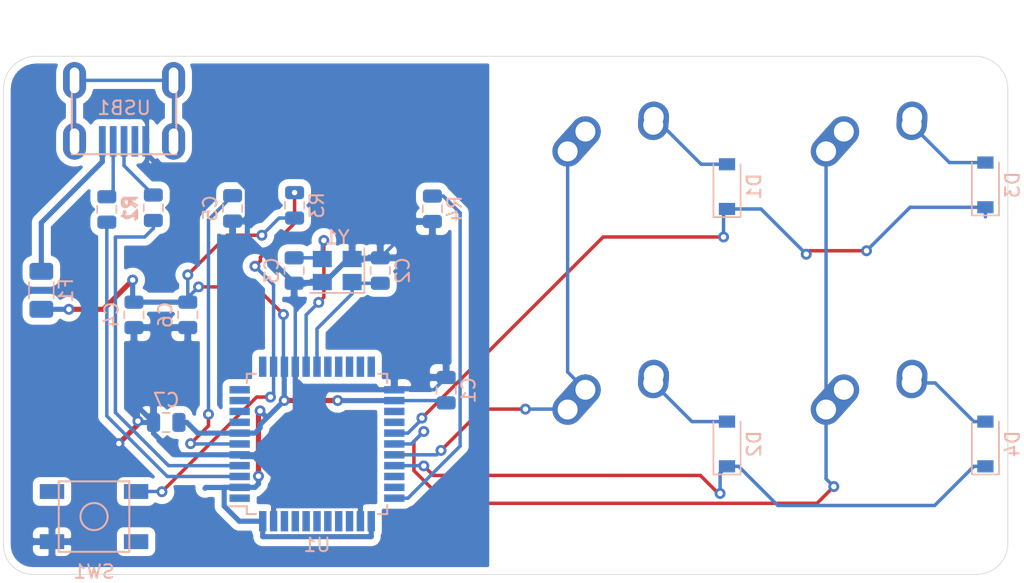
<source format=kicad_pcb>
(kicad_pcb (version 20171130) (host pcbnew "(5.1.4)-1")

  (general
    (thickness 1.6)
    (drawings 10)
    (tracks 255)
    (zones 0)
    (modules 24)
    (nets 45)
  )

  (page A4)
  (layers
    (0 F.Cu signal)
    (31 B.Cu signal)
    (32 B.Adhes user)
    (33 F.Adhes user)
    (34 B.Paste user)
    (35 F.Paste user)
    (36 B.SilkS user)
    (37 F.SilkS user)
    (38 B.Mask user)
    (39 F.Mask user)
    (40 Dwgs.User user)
    (41 Cmts.User user)
    (42 Eco1.User user)
    (43 Eco2.User user)
    (44 Edge.Cuts user)
    (45 Margin user)
    (46 B.CrtYd user)
    (47 F.CrtYd user)
    (48 B.Fab user)
    (49 F.Fab user)
  )

  (setup
    (last_trace_width 0.254)
    (trace_clearance 0.2)
    (zone_clearance 0.508)
    (zone_45_only no)
    (trace_min 0.2)
    (via_size 0.8)
    (via_drill 0.4)
    (via_min_size 0.4)
    (via_min_drill 0.3)
    (uvia_size 0.3)
    (uvia_drill 0.1)
    (uvias_allowed no)
    (uvia_min_size 0.2)
    (uvia_min_drill 0.1)
    (edge_width 0.05)
    (segment_width 0.2)
    (pcb_text_width 0.3)
    (pcb_text_size 1.5 1.5)
    (mod_edge_width 0.12)
    (mod_text_size 1 1)
    (mod_text_width 0.15)
    (pad_size 1.524 1.524)
    (pad_drill 0.762)
    (pad_to_mask_clearance 0.051)
    (solder_mask_min_width 0.25)
    (aux_axis_origin 0 0)
    (visible_elements FFFFFF7F)
    (pcbplotparams
      (layerselection 0x010fc_ffffffff)
      (usegerberextensions true)
      (usegerberattributes false)
      (usegerberadvancedattributes false)
      (creategerberjobfile false)
      (excludeedgelayer true)
      (linewidth 0.100000)
      (plotframeref false)
      (viasonmask false)
      (mode 1)
      (useauxorigin false)
      (hpglpennumber 1)
      (hpglpenspeed 20)
      (hpglpendiameter 15.000000)
      (psnegative false)
      (psa4output false)
      (plotreference true)
      (plotvalue true)
      (plotinvisibletext false)
      (padsonsilk false)
      (subtractmaskfromsilk true)
      (outputformat 1)
      (mirror false)
      (drillshape 0)
      (scaleselection 1)
      (outputdirectory "Gerbers"))
  )

  (net 0 "")
  (net 1 GND)
  (net 2 +5V)
  (net 3 "Net-(C2-Pad1)")
  (net 4 "Net-(C3-Pad1)")
  (net 5 "Net-(C5-Pad1)")
  (net 6 "Net-(D1-Pad2)")
  (net 7 ROW0)
  (net 8 "Net-(D2-Pad2)")
  (net 9 ROW1)
  (net 10 "Net-(D3-Pad2)")
  (net 11 "Net-(D4-Pad2)")
  (net 12 VCC)
  (net 13 COL0)
  (net 14 COL1)
  (net 15 D-)
  (net 16 "Net-(R1-Pad1)")
  (net 17 "Net-(R2-Pad2)")
  (net 18 D+)
  (net 19 "Net-(R3-Pad2)")
  (net 20 "Net-(R4-Pad2)")
  (net 21 "Net-(U1-Pad42)")
  (net 22 "Net-(U1-Pad41)")
  (net 23 "Net-(U1-Pad40)")
  (net 24 "Net-(U1-Pad39)")
  (net 25 "Net-(U1-Pad38)")
  (net 26 "Net-(U1-Pad37)")
  (net 27 "Net-(U1-Pad36)")
  (net 28 "Net-(U1-Pad32)")
  (net 29 "Net-(U1-Pad31)")
  (net 30 "Net-(U1-Pad26)")
  (net 31 "Net-(U1-Pad25)")
  (net 32 "Net-(U1-Pad22)")
  (net 33 "Net-(U1-Pad21)")
  (net 34 "Net-(U1-Pad20)")
  (net 35 "Net-(U1-Pad19)")
  (net 36 "Net-(U1-Pad18)")
  (net 37 "Net-(U1-Pad12)")
  (net 38 "Net-(U1-Pad11)")
  (net 39 "Net-(U1-Pad10)")
  (net 40 "Net-(U1-Pad9)")
  (net 41 "Net-(U1-Pad8)")
  (net 42 "Net-(U1-Pad1)")
  (net 43 "Net-(USB1-Pad6)")
  (net 44 "Net-(USB1-Pad2)")

  (net_class Default "This is the default net class."
    (clearance 0.2)
    (trace_width 0.254)
    (via_dia 0.8)
    (via_drill 0.4)
    (uvia_dia 0.3)
    (uvia_drill 0.1)
    (add_net COL0)
    (add_net COL1)
    (add_net D+)
    (add_net D-)
    (add_net "Net-(C2-Pad1)")
    (add_net "Net-(C3-Pad1)")
    (add_net "Net-(C5-Pad1)")
    (add_net "Net-(D1-Pad2)")
    (add_net "Net-(D2-Pad2)")
    (add_net "Net-(D3-Pad2)")
    (add_net "Net-(D4-Pad2)")
    (add_net "Net-(R1-Pad1)")
    (add_net "Net-(R2-Pad2)")
    (add_net "Net-(R3-Pad2)")
    (add_net "Net-(R4-Pad2)")
    (add_net "Net-(U1-Pad1)")
    (add_net "Net-(U1-Pad10)")
    (add_net "Net-(U1-Pad11)")
    (add_net "Net-(U1-Pad12)")
    (add_net "Net-(U1-Pad18)")
    (add_net "Net-(U1-Pad19)")
    (add_net "Net-(U1-Pad20)")
    (add_net "Net-(U1-Pad21)")
    (add_net "Net-(U1-Pad22)")
    (add_net "Net-(U1-Pad25)")
    (add_net "Net-(U1-Pad26)")
    (add_net "Net-(U1-Pad31)")
    (add_net "Net-(U1-Pad32)")
    (add_net "Net-(U1-Pad36)")
    (add_net "Net-(U1-Pad37)")
    (add_net "Net-(U1-Pad38)")
    (add_net "Net-(U1-Pad39)")
    (add_net "Net-(U1-Pad40)")
    (add_net "Net-(U1-Pad41)")
    (add_net "Net-(U1-Pad42)")
    (add_net "Net-(U1-Pad8)")
    (add_net "Net-(U1-Pad9)")
    (add_net "Net-(USB1-Pad2)")
    (add_net "Net-(USB1-Pad6)")
    (add_net ROW0)
    (add_net ROW1)
  )

  (net_class Power ""
    (clearance 0.2)
    (trace_width 0.381)
    (via_dia 0.8)
    (via_drill 0.4)
    (uvia_dia 0.3)
    (uvia_drill 0.1)
    (add_net +5V)
    (add_net GND)
    (add_net VCC)
  )

  (module Crystal:Crystal_SMD_3225-4Pin_3.2x2.5mm (layer B.Cu) (tedit 5A0FD1B2) (tstamp 5F8DBCA9)
    (at 50.64125 99.1235 180)
    (descr "SMD Crystal SERIES SMD3225/4 http://www.txccrystal.com/images/pdf/7m-accuracy.pdf, 3.2x2.5mm^2 package")
    (tags "SMD SMT crystal")
    (path /5F8F7E3D)
    (attr smd)
    (fp_text reference Y1 (at 0 2.45) (layer B.SilkS)
      (effects (font (size 1 1) (thickness 0.15)) (justify mirror))
    )
    (fp_text value 16MHz (at 0 -2.45) (layer B.Fab)
      (effects (font (size 1 1) (thickness 0.15)) (justify mirror))
    )
    (fp_line (start 2.1 1.7) (end -2.1 1.7) (layer B.CrtYd) (width 0.05))
    (fp_line (start 2.1 -1.7) (end 2.1 1.7) (layer B.CrtYd) (width 0.05))
    (fp_line (start -2.1 -1.7) (end 2.1 -1.7) (layer B.CrtYd) (width 0.05))
    (fp_line (start -2.1 1.7) (end -2.1 -1.7) (layer B.CrtYd) (width 0.05))
    (fp_line (start -2 -1.65) (end 2 -1.65) (layer B.SilkS) (width 0.12))
    (fp_line (start -2 1.65) (end -2 -1.65) (layer B.SilkS) (width 0.12))
    (fp_line (start -1.6 -0.25) (end -0.6 -1.25) (layer B.Fab) (width 0.1))
    (fp_line (start 1.6 1.25) (end -1.6 1.25) (layer B.Fab) (width 0.1))
    (fp_line (start 1.6 -1.25) (end 1.6 1.25) (layer B.Fab) (width 0.1))
    (fp_line (start -1.6 -1.25) (end 1.6 -1.25) (layer B.Fab) (width 0.1))
    (fp_line (start -1.6 1.25) (end -1.6 -1.25) (layer B.Fab) (width 0.1))
    (fp_text user %R (at 0 0) (layer B.Fab)
      (effects (font (size 0.7 0.7) (thickness 0.105)) (justify mirror))
    )
    (pad 4 smd rect (at -1.1 0.85 180) (size 1.4 1.2) (layers B.Cu B.Paste B.Mask)
      (net 1 GND))
    (pad 3 smd rect (at 1.1 0.85 180) (size 1.4 1.2) (layers B.Cu B.Paste B.Mask)
      (net 4 "Net-(C3-Pad1)"))
    (pad 2 smd rect (at 1.1 -0.85 180) (size 1.4 1.2) (layers B.Cu B.Paste B.Mask)
      (net 1 GND))
    (pad 1 smd rect (at -1.1 -0.85 180) (size 1.4 1.2) (layers B.Cu B.Paste B.Mask)
      (net 3 "Net-(C2-Pad1)"))
    (model ${KISYS3DMOD}/Crystal.3dshapes/Crystal_SMD_3225-4Pin_3.2x2.5mm.wrl
      (at (xyz 0 0 0))
      (scale (xyz 1 1 1))
      (rotate (xyz 0 0 0))
    )
  )

  (module random-keyboard-parts:Molex-0548190589 (layer B.Cu) (tedit 5C494815) (tstamp 5F8DBC95)
    (at 34.925 85.09 270)
    (path /5F90A7B0)
    (attr smd)
    (fp_text reference USB1 (at 2.032 0) (layer B.SilkS)
      (effects (font (size 1 1) (thickness 0.15)) (justify mirror))
    )
    (fp_text value Molex-0548190589 (at -5.08 0) (layer Dwgs.User)
      (effects (font (size 1 1) (thickness 0.15)))
    )
    (fp_text user %R (at 2 0) (layer B.CrtYd)
      (effects (font (size 1 1) (thickness 0.15)) (justify mirror))
    )
    (fp_line (start 3.25 1.25) (end 5.5 1.25) (layer B.CrtYd) (width 0.15))
    (fp_line (start 5.5 0.5) (end 3.25 0.5) (layer B.CrtYd) (width 0.15))
    (fp_line (start 3.25 -0.5) (end 5.5 -0.5) (layer B.CrtYd) (width 0.15))
    (fp_line (start 5.5 -1.25) (end 3.25 -1.25) (layer B.CrtYd) (width 0.15))
    (fp_line (start 3.25 -2) (end 5.5 -2) (layer B.CrtYd) (width 0.15))
    (fp_line (start 3.25 2) (end 3.25 -2) (layer B.CrtYd) (width 0.15))
    (fp_line (start 5.5 2) (end 3.25 2) (layer B.CrtYd) (width 0.15))
    (fp_line (start -3.75 -3.75) (end -3.75 3.75) (layer B.CrtYd) (width 0.15))
    (fp_line (start 5.5 -3.75) (end -3.75 -3.75) (layer B.CrtYd) (width 0.15))
    (fp_line (start 5.5 3.75) (end 5.5 -3.75) (layer B.CrtYd) (width 0.15))
    (fp_line (start -3.75 3.75) (end 5.5 3.75) (layer B.CrtYd) (width 0.15))
    (fp_line (start 0 3.85) (end 5.45 3.85) (layer B.SilkS) (width 0.15))
    (fp_line (start 0 -3.85) (end 5.45 -3.85) (layer B.SilkS) (width 0.15))
    (fp_line (start 5.45 3.85) (end 5.45 -3.85) (layer B.SilkS) (width 0.15))
    (fp_line (start -3.75 3.85) (end 0 3.85) (layer Dwgs.User) (width 0.15))
    (fp_line (start -3.75 -3.85) (end 0 -3.85) (layer Dwgs.User) (width 0.15))
    (fp_line (start -1.75 4.572) (end -1.75 -4.572) (layer Dwgs.User) (width 0.15))
    (fp_line (start -3.75 3.85) (end -3.75 -3.85) (layer Dwgs.User) (width 0.15))
    (pad 6 thru_hole oval (at 0 3.65 270) (size 2.7 1.7) (drill oval 1.9 0.7) (layers *.Cu *.Mask)
      (net 43 "Net-(USB1-Pad6)"))
    (pad 6 thru_hole oval (at 0 -3.65 270) (size 2.7 1.7) (drill oval 1.9 0.7) (layers *.Cu *.Mask)
      (net 43 "Net-(USB1-Pad6)"))
    (pad 6 thru_hole oval (at 4.5 -3.65 270) (size 2.7 1.7) (drill oval 1.9 0.7) (layers *.Cu *.Mask)
      (net 43 "Net-(USB1-Pad6)"))
    (pad 6 thru_hole oval (at 4.5 3.65 270) (size 2.7 1.7) (drill oval 1.9 0.7) (layers *.Cu *.Mask)
      (net 43 "Net-(USB1-Pad6)"))
    (pad 5 smd rect (at 4.5 1.6 270) (size 2.25 0.5) (layers B.Cu B.Paste B.Mask)
      (net 12 VCC))
    (pad 4 smd rect (at 4.5 0.8 270) (size 2.25 0.5) (layers B.Cu B.Paste B.Mask)
      (net 15 D-))
    (pad 3 smd rect (at 4.5 0 270) (size 2.25 0.5) (layers B.Cu B.Paste B.Mask)
      (net 18 D+))
    (pad 2 smd rect (at 4.5 -0.8 270) (size 2.25 0.5) (layers B.Cu B.Paste B.Mask)
      (net 44 "Net-(USB1-Pad2)"))
    (pad 1 smd rect (at 4.5 -1.6 270) (size 2.25 0.5) (layers B.Cu B.Paste B.Mask)
      (net 1 GND))
  )

  (module Package_QFP:TQFP-44_10x10mm_P0.8mm (layer B.Cu) (tedit 5A02F146) (tstamp 5F8DBC75)
    (at 49.149 111.91875)
    (descr "44-Lead Plastic Thin Quad Flatpack (PT) - 10x10x1.0 mm Body [TQFP] (see Microchip Packaging Specification 00000049BS.pdf)")
    (tags "QFP 0.8")
    (path /5F8D56DF)
    (attr smd)
    (fp_text reference U1 (at 0 7.45) (layer B.SilkS)
      (effects (font (size 1 1) (thickness 0.15)) (justify mirror))
    )
    (fp_text value ATmega32U4-AU (at 0 -7.45) (layer B.Fab)
      (effects (font (size 1 1) (thickness 0.15)) (justify mirror))
    )
    (fp_line (start -5.175 4.6) (end -6.45 4.6) (layer B.SilkS) (width 0.15))
    (fp_line (start 5.175 5.175) (end 4.5 5.175) (layer B.SilkS) (width 0.15))
    (fp_line (start 5.175 -5.175) (end 4.5 -5.175) (layer B.SilkS) (width 0.15))
    (fp_line (start -5.175 -5.175) (end -4.5 -5.175) (layer B.SilkS) (width 0.15))
    (fp_line (start -5.175 5.175) (end -4.5 5.175) (layer B.SilkS) (width 0.15))
    (fp_line (start -5.175 -5.175) (end -5.175 -4.5) (layer B.SilkS) (width 0.15))
    (fp_line (start 5.175 -5.175) (end 5.175 -4.5) (layer B.SilkS) (width 0.15))
    (fp_line (start 5.175 5.175) (end 5.175 4.5) (layer B.SilkS) (width 0.15))
    (fp_line (start -5.175 5.175) (end -5.175 4.6) (layer B.SilkS) (width 0.15))
    (fp_line (start -6.7 -6.7) (end 6.7 -6.7) (layer B.CrtYd) (width 0.05))
    (fp_line (start -6.7 6.7) (end 6.7 6.7) (layer B.CrtYd) (width 0.05))
    (fp_line (start 6.7 6.7) (end 6.7 -6.7) (layer B.CrtYd) (width 0.05))
    (fp_line (start -6.7 6.7) (end -6.7 -6.7) (layer B.CrtYd) (width 0.05))
    (fp_line (start -5 4) (end -4 5) (layer B.Fab) (width 0.15))
    (fp_line (start -5 -5) (end -5 4) (layer B.Fab) (width 0.15))
    (fp_line (start 5 -5) (end -5 -5) (layer B.Fab) (width 0.15))
    (fp_line (start 5 5) (end 5 -5) (layer B.Fab) (width 0.15))
    (fp_line (start -4 5) (end 5 5) (layer B.Fab) (width 0.15))
    (fp_text user %R (at 0 0) (layer B.Fab)
      (effects (font (size 1 1) (thickness 0.15)) (justify mirror))
    )
    (pad 44 smd rect (at -4 5.7 270) (size 1.5 0.55) (layers B.Cu B.Paste B.Mask)
      (net 2 +5V))
    (pad 43 smd rect (at -3.2 5.7 270) (size 1.5 0.55) (layers B.Cu B.Paste B.Mask)
      (net 1 GND))
    (pad 42 smd rect (at -2.4 5.7 270) (size 1.5 0.55) (layers B.Cu B.Paste B.Mask)
      (net 21 "Net-(U1-Pad42)"))
    (pad 41 smd rect (at -1.6 5.7 270) (size 1.5 0.55) (layers B.Cu B.Paste B.Mask)
      (net 22 "Net-(U1-Pad41)"))
    (pad 40 smd rect (at -0.8 5.7 270) (size 1.5 0.55) (layers B.Cu B.Paste B.Mask)
      (net 23 "Net-(U1-Pad40)"))
    (pad 39 smd rect (at 0 5.7 270) (size 1.5 0.55) (layers B.Cu B.Paste B.Mask)
      (net 24 "Net-(U1-Pad39)"))
    (pad 38 smd rect (at 0.8 5.7 270) (size 1.5 0.55) (layers B.Cu B.Paste B.Mask)
      (net 25 "Net-(U1-Pad38)"))
    (pad 37 smd rect (at 1.6 5.7 270) (size 1.5 0.55) (layers B.Cu B.Paste B.Mask)
      (net 26 "Net-(U1-Pad37)"))
    (pad 36 smd rect (at 2.4 5.7 270) (size 1.5 0.55) (layers B.Cu B.Paste B.Mask)
      (net 27 "Net-(U1-Pad36)"))
    (pad 35 smd rect (at 3.2 5.7 270) (size 1.5 0.55) (layers B.Cu B.Paste B.Mask)
      (net 1 GND))
    (pad 34 smd rect (at 4 5.7 270) (size 1.5 0.55) (layers B.Cu B.Paste B.Mask)
      (net 2 +5V))
    (pad 33 smd rect (at 5.7 4) (size 1.5 0.55) (layers B.Cu B.Paste B.Mask)
      (net 20 "Net-(R4-Pad2)"))
    (pad 32 smd rect (at 5.7 3.2) (size 1.5 0.55) (layers B.Cu B.Paste B.Mask)
      (net 28 "Net-(U1-Pad32)"))
    (pad 31 smd rect (at 5.7 2.4) (size 1.5 0.55) (layers B.Cu B.Paste B.Mask)
      (net 29 "Net-(U1-Pad31)"))
    (pad 30 smd rect (at 5.7 1.6) (size 1.5 0.55) (layers B.Cu B.Paste B.Mask)
      (net 9 ROW1))
    (pad 29 smd rect (at 5.7 0.8) (size 1.5 0.55) (layers B.Cu B.Paste B.Mask)
      (net 13 COL0))
    (pad 28 smd rect (at 5.7 0) (size 1.5 0.55) (layers B.Cu B.Paste B.Mask)
      (net 14 COL1))
    (pad 27 smd rect (at 5.7 -0.8) (size 1.5 0.55) (layers B.Cu B.Paste B.Mask)
      (net 7 ROW0))
    (pad 26 smd rect (at 5.7 -1.6) (size 1.5 0.55) (layers B.Cu B.Paste B.Mask)
      (net 30 "Net-(U1-Pad26)"))
    (pad 25 smd rect (at 5.7 -2.4) (size 1.5 0.55) (layers B.Cu B.Paste B.Mask)
      (net 31 "Net-(U1-Pad25)"))
    (pad 24 smd rect (at 5.7 -3.2) (size 1.5 0.55) (layers B.Cu B.Paste B.Mask)
      (net 2 +5V))
    (pad 23 smd rect (at 5.7 -4) (size 1.5 0.55) (layers B.Cu B.Paste B.Mask)
      (net 1 GND))
    (pad 22 smd rect (at 4 -5.7 270) (size 1.5 0.55) (layers B.Cu B.Paste B.Mask)
      (net 32 "Net-(U1-Pad22)"))
    (pad 21 smd rect (at 3.2 -5.7 270) (size 1.5 0.55) (layers B.Cu B.Paste B.Mask)
      (net 33 "Net-(U1-Pad21)"))
    (pad 20 smd rect (at 2.4 -5.7 270) (size 1.5 0.55) (layers B.Cu B.Paste B.Mask)
      (net 34 "Net-(U1-Pad20)"))
    (pad 19 smd rect (at 1.6 -5.7 270) (size 1.5 0.55) (layers B.Cu B.Paste B.Mask)
      (net 35 "Net-(U1-Pad19)"))
    (pad 18 smd rect (at 0.8 -5.7 270) (size 1.5 0.55) (layers B.Cu B.Paste B.Mask)
      (net 36 "Net-(U1-Pad18)"))
    (pad 17 smd rect (at 0 -5.7 270) (size 1.5 0.55) (layers B.Cu B.Paste B.Mask)
      (net 3 "Net-(C2-Pad1)"))
    (pad 16 smd rect (at -0.8 -5.7 270) (size 1.5 0.55) (layers B.Cu B.Paste B.Mask)
      (net 4 "Net-(C3-Pad1)"))
    (pad 15 smd rect (at -1.6 -5.7 270) (size 1.5 0.55) (layers B.Cu B.Paste B.Mask)
      (net 1 GND))
    (pad 14 smd rect (at -2.4 -5.7 270) (size 1.5 0.55) (layers B.Cu B.Paste B.Mask)
      (net 2 +5V))
    (pad 13 smd rect (at -3.2 -5.7 270) (size 1.5 0.55) (layers B.Cu B.Paste B.Mask)
      (net 19 "Net-(R3-Pad2)"))
    (pad 12 smd rect (at -4 -5.7 270) (size 1.5 0.55) (layers B.Cu B.Paste B.Mask)
      (net 37 "Net-(U1-Pad12)"))
    (pad 11 smd rect (at -5.7 -4) (size 1.5 0.55) (layers B.Cu B.Paste B.Mask)
      (net 38 "Net-(U1-Pad11)"))
    (pad 10 smd rect (at -5.7 -3.2) (size 1.5 0.55) (layers B.Cu B.Paste B.Mask)
      (net 39 "Net-(U1-Pad10)"))
    (pad 9 smd rect (at -5.7 -2.4) (size 1.5 0.55) (layers B.Cu B.Paste B.Mask)
      (net 40 "Net-(U1-Pad9)"))
    (pad 8 smd rect (at -5.7 -1.6) (size 1.5 0.55) (layers B.Cu B.Paste B.Mask)
      (net 41 "Net-(U1-Pad8)"))
    (pad 7 smd rect (at -5.7 -0.8) (size 1.5 0.55) (layers B.Cu B.Paste B.Mask)
      (net 2 +5V))
    (pad 6 smd rect (at -5.7 0) (size 1.5 0.55) (layers B.Cu B.Paste B.Mask)
      (net 5 "Net-(C5-Pad1)"))
    (pad 5 smd rect (at -5.7 0.8) (size 1.5 0.55) (layers B.Cu B.Paste B.Mask)
      (net 1 GND))
    (pad 4 smd rect (at -5.7 1.6) (size 1.5 0.55) (layers B.Cu B.Paste B.Mask)
      (net 17 "Net-(R2-Pad2)"))
    (pad 3 smd rect (at -5.7 2.4) (size 1.5 0.55) (layers B.Cu B.Paste B.Mask)
      (net 16 "Net-(R1-Pad1)"))
    (pad 2 smd rect (at -5.7 3.2) (size 1.5 0.55) (layers B.Cu B.Paste B.Mask)
      (net 2 +5V))
    (pad 1 smd rect (at -5.7 4) (size 1.5 0.55) (layers B.Cu B.Paste B.Mask)
      (net 42 "Net-(U1-Pad1)"))
    (model ${KISYS3DMOD}/Package_QFP.3dshapes/TQFP-44_10x10mm_P0.8mm.wrl
      (at (xyz 0 0 0))
      (scale (xyz 1 1 1))
      (rotate (xyz 0 0 0))
    )
  )

  (module random-keyboard-parts:SKQG-1155865 (layer B.Cu) (tedit 5E62B398) (tstamp 5F8DBC32)
    (at 32.714 117.276 180)
    (path /5F902ADC)
    (attr smd)
    (fp_text reference SW1 (at 0 -4.064) (layer B.SilkS)
      (effects (font (size 1 1) (thickness 0.15)) (justify mirror))
    )
    (fp_text value SW_Push (at 0 4.064) (layer B.Fab)
      (effects (font (size 1 1) (thickness 0.15)) (justify mirror))
    )
    (fp_line (start -2.6 2.6) (end 2.6 2.6) (layer B.SilkS) (width 0.15))
    (fp_line (start 2.6 2.6) (end 2.6 -2.6) (layer B.SilkS) (width 0.15))
    (fp_line (start 2.6 -2.6) (end -2.6 -2.6) (layer B.SilkS) (width 0.15))
    (fp_line (start -2.6 -2.6) (end -2.6 2.6) (layer B.SilkS) (width 0.15))
    (fp_circle (center 0 0) (end 1 0) (layer B.SilkS) (width 0.15))
    (fp_line (start -4.2 2.6) (end 4.2 2.6) (layer B.Fab) (width 0.15))
    (fp_line (start 4.2 2.6) (end 4.2 1.2) (layer B.Fab) (width 0.15))
    (fp_line (start 4.2 1.1) (end 2.6 1.1) (layer B.Fab) (width 0.15))
    (fp_line (start 2.6 1.1) (end 2.6 -1.1) (layer B.Fab) (width 0.15))
    (fp_line (start 2.6 -1.1) (end 4.2 -1.1) (layer B.Fab) (width 0.15))
    (fp_line (start 4.2 -1.1) (end 4.2 -2.6) (layer B.Fab) (width 0.15))
    (fp_line (start 4.2 -2.6) (end -4.2 -2.6) (layer B.Fab) (width 0.15))
    (fp_line (start -4.2 -2.6) (end -4.2 -1.1) (layer B.Fab) (width 0.15))
    (fp_line (start -4.2 -1.1) (end -2.6 -1.1) (layer B.Fab) (width 0.15))
    (fp_line (start -2.6 -1.1) (end -2.6 1.1) (layer B.Fab) (width 0.15))
    (fp_line (start -2.6 1.1) (end -4.2 1.1) (layer B.Fab) (width 0.15))
    (fp_line (start -4.2 1.1) (end -4.2 2.6) (layer B.Fab) (width 0.15))
    (fp_circle (center 0 0) (end 1 0) (layer B.Fab) (width 0.15))
    (fp_line (start -2.6 1.1) (end -1.1 2.6) (layer B.Fab) (width 0.15))
    (fp_line (start 2.6 1.1) (end 1.1 2.6) (layer B.Fab) (width 0.15))
    (fp_line (start 2.6 -1.1) (end 1.1 -2.6) (layer B.Fab) (width 0.15))
    (fp_line (start -2.6 -1.1) (end -1.1 -2.6) (layer B.Fab) (width 0.15))
    (pad 4 smd rect (at -3.1 -1.85 180) (size 1.8 1.1) (layers B.Cu B.Paste B.Mask))
    (pad 3 smd rect (at 3.1 1.85 180) (size 1.8 1.1) (layers B.Cu B.Paste B.Mask))
    (pad 2 smd rect (at -3.1 1.85 180) (size 1.8 1.1) (layers B.Cu B.Paste B.Mask)
      (net 19 "Net-(R3-Pad2)"))
    (pad 1 smd rect (at 3.1 -1.85 180) (size 1.8 1.1) (layers B.Cu B.Paste B.Mask)
      (net 1 GND))
    (model ${KISYS3DMOD}/Button_Switch_SMD.3dshapes/SW_SPST_TL3342.step
      (at (xyz 0 0 0))
      (scale (xyz 1 1 1))
      (rotate (xyz 0 0 0))
    )
  )

  (module Resistor_SMD:R_0805_2012Metric (layer B.Cu) (tedit 5B36C52B) (tstamp 5F8DBC14)
    (at 57.658 94.5665 90)
    (descr "Resistor SMD 0805 (2012 Metric), square (rectangular) end terminal, IPC_7351 nominal, (Body size source: https://docs.google.com/spreadsheets/d/1BsfQQcO9C6DZCsRaXUlFlo91Tg2WpOkGARC1WS5S8t0/edit?usp=sharing), generated with kicad-footprint-generator")
    (tags resistor)
    (path /5F8E4E76)
    (attr smd)
    (fp_text reference R4 (at 0 1.65 90) (layer B.SilkS)
      (effects (font (size 1 1) (thickness 0.15)) (justify mirror))
    )
    (fp_text value 10k (at 0 -1.65 90) (layer B.Fab)
      (effects (font (size 1 1) (thickness 0.15)) (justify mirror))
    )
    (fp_text user %R (at 0 0 90) (layer B.Fab)
      (effects (font (size 0.5 0.5) (thickness 0.08)) (justify mirror))
    )
    (fp_line (start 1.68 -0.95) (end -1.68 -0.95) (layer B.CrtYd) (width 0.05))
    (fp_line (start 1.68 0.95) (end 1.68 -0.95) (layer B.CrtYd) (width 0.05))
    (fp_line (start -1.68 0.95) (end 1.68 0.95) (layer B.CrtYd) (width 0.05))
    (fp_line (start -1.68 -0.95) (end -1.68 0.95) (layer B.CrtYd) (width 0.05))
    (fp_line (start -0.258578 -0.71) (end 0.258578 -0.71) (layer B.SilkS) (width 0.12))
    (fp_line (start -0.258578 0.71) (end 0.258578 0.71) (layer B.SilkS) (width 0.12))
    (fp_line (start 1 -0.6) (end -1 -0.6) (layer B.Fab) (width 0.1))
    (fp_line (start 1 0.6) (end 1 -0.6) (layer B.Fab) (width 0.1))
    (fp_line (start -1 0.6) (end 1 0.6) (layer B.Fab) (width 0.1))
    (fp_line (start -1 -0.6) (end -1 0.6) (layer B.Fab) (width 0.1))
    (pad 2 smd roundrect (at 0.9375 0 90) (size 0.975 1.4) (layers B.Cu B.Paste B.Mask) (roundrect_rratio 0.25)
      (net 20 "Net-(R4-Pad2)"))
    (pad 1 smd roundrect (at -0.9375 0 90) (size 0.975 1.4) (layers B.Cu B.Paste B.Mask) (roundrect_rratio 0.25)
      (net 1 GND))
    (model ${KISYS3DMOD}/Resistor_SMD.3dshapes/R_0805_2012Metric.wrl
      (at (xyz 0 0 0))
      (scale (xyz 1 1 1))
      (rotate (xyz 0 0 0))
    )
  )

  (module Resistor_SMD:R_0805_2012Metric (layer B.Cu) (tedit 5B36C52B) (tstamp 5F8DBC03)
    (at 47.498 94.3125 90)
    (descr "Resistor SMD 0805 (2012 Metric), square (rectangular) end terminal, IPC_7351 nominal, (Body size source: https://docs.google.com/spreadsheets/d/1BsfQQcO9C6DZCsRaXUlFlo91Tg2WpOkGARC1WS5S8t0/edit?usp=sharing), generated with kicad-footprint-generator")
    (tags resistor)
    (path /5F90580F)
    (attr smd)
    (fp_text reference R3 (at 0 1.65 90) (layer B.SilkS)
      (effects (font (size 1 1) (thickness 0.15)) (justify mirror))
    )
    (fp_text value 10k (at 0 -1.65 90) (layer B.Fab)
      (effects (font (size 1 1) (thickness 0.15)) (justify mirror))
    )
    (fp_text user %R (at 0 0 90) (layer B.Fab)
      (effects (font (size 0.5 0.5) (thickness 0.08)) (justify mirror))
    )
    (fp_line (start 1.68 -0.95) (end -1.68 -0.95) (layer B.CrtYd) (width 0.05))
    (fp_line (start 1.68 0.95) (end 1.68 -0.95) (layer B.CrtYd) (width 0.05))
    (fp_line (start -1.68 0.95) (end 1.68 0.95) (layer B.CrtYd) (width 0.05))
    (fp_line (start -1.68 -0.95) (end -1.68 0.95) (layer B.CrtYd) (width 0.05))
    (fp_line (start -0.258578 -0.71) (end 0.258578 -0.71) (layer B.SilkS) (width 0.12))
    (fp_line (start -0.258578 0.71) (end 0.258578 0.71) (layer B.SilkS) (width 0.12))
    (fp_line (start 1 -0.6) (end -1 -0.6) (layer B.Fab) (width 0.1))
    (fp_line (start 1 0.6) (end 1 -0.6) (layer B.Fab) (width 0.1))
    (fp_line (start -1 0.6) (end 1 0.6) (layer B.Fab) (width 0.1))
    (fp_line (start -1 -0.6) (end -1 0.6) (layer B.Fab) (width 0.1))
    (pad 2 smd roundrect (at 0.9375 0 90) (size 0.975 1.4) (layers B.Cu B.Paste B.Mask) (roundrect_rratio 0.25)
      (net 19 "Net-(R3-Pad2)"))
    (pad 1 smd roundrect (at -0.9375 0 90) (size 0.975 1.4) (layers B.Cu B.Paste B.Mask) (roundrect_rratio 0.25)
      (net 2 +5V))
    (model ${KISYS3DMOD}/Resistor_SMD.3dshapes/R_0805_2012Metric.wrl
      (at (xyz 0 0 0))
      (scale (xyz 1 1 1))
      (rotate (xyz 0 0 0))
    )
  )

  (module Resistor_SMD:R_0805_2012Metric (layer B.Cu) (tedit 5B36C52B) (tstamp 5F8DBBF2)
    (at 37.084 94.488 270)
    (descr "Resistor SMD 0805 (2012 Metric), square (rectangular) end terminal, IPC_7351 nominal, (Body size source: https://docs.google.com/spreadsheets/d/1BsfQQcO9C6DZCsRaXUlFlo91Tg2WpOkGARC1WS5S8t0/edit?usp=sharing), generated with kicad-footprint-generator")
    (tags resistor)
    (path /5F8EBEB9)
    (attr smd)
    (fp_text reference R2 (at 0 1.65 90) (layer B.SilkS)
      (effects (font (size 1 1) (thickness 0.15)) (justify mirror))
    )
    (fp_text value 22 (at 0 -1.65 90) (layer B.Fab)
      (effects (font (size 1 1) (thickness 0.15)) (justify mirror))
    )
    (fp_text user %R (at 0 0 90) (layer B.Fab)
      (effects (font (size 0.5 0.5) (thickness 0.08)) (justify mirror))
    )
    (fp_line (start 1.68 -0.95) (end -1.68 -0.95) (layer B.CrtYd) (width 0.05))
    (fp_line (start 1.68 0.95) (end 1.68 -0.95) (layer B.CrtYd) (width 0.05))
    (fp_line (start -1.68 0.95) (end 1.68 0.95) (layer B.CrtYd) (width 0.05))
    (fp_line (start -1.68 -0.95) (end -1.68 0.95) (layer B.CrtYd) (width 0.05))
    (fp_line (start -0.258578 -0.71) (end 0.258578 -0.71) (layer B.SilkS) (width 0.12))
    (fp_line (start -0.258578 0.71) (end 0.258578 0.71) (layer B.SilkS) (width 0.12))
    (fp_line (start 1 -0.6) (end -1 -0.6) (layer B.Fab) (width 0.1))
    (fp_line (start 1 0.6) (end 1 -0.6) (layer B.Fab) (width 0.1))
    (fp_line (start -1 0.6) (end 1 0.6) (layer B.Fab) (width 0.1))
    (fp_line (start -1 -0.6) (end -1 0.6) (layer B.Fab) (width 0.1))
    (pad 2 smd roundrect (at 0.9375 0 270) (size 0.975 1.4) (layers B.Cu B.Paste B.Mask) (roundrect_rratio 0.25)
      (net 17 "Net-(R2-Pad2)"))
    (pad 1 smd roundrect (at -0.9375 0 270) (size 0.975 1.4) (layers B.Cu B.Paste B.Mask) (roundrect_rratio 0.25)
      (net 18 D+))
    (model ${KISYS3DMOD}/Resistor_SMD.3dshapes/R_0805_2012Metric.wrl
      (at (xyz 0 0 0))
      (scale (xyz 1 1 1))
      (rotate (xyz 0 0 0))
    )
  )

  (module Resistor_SMD:R_0805_2012Metric (layer B.Cu) (tedit 5B36C52B) (tstamp 5F8DBBE1)
    (at 33.655 94.615 90)
    (descr "Resistor SMD 0805 (2012 Metric), square (rectangular) end terminal, IPC_7351 nominal, (Body size source: https://docs.google.com/spreadsheets/d/1BsfQQcO9C6DZCsRaXUlFlo91Tg2WpOkGARC1WS5S8t0/edit?usp=sharing), generated with kicad-footprint-generator")
    (tags resistor)
    (path /5F8ECA66)
    (attr smd)
    (fp_text reference R1 (at 0 1.65 90) (layer B.SilkS)
      (effects (font (size 1 1) (thickness 0.15)) (justify mirror))
    )
    (fp_text value 22 (at 0 -1.65 90) (layer B.Fab)
      (effects (font (size 1 1) (thickness 0.15)) (justify mirror))
    )
    (fp_text user %R (at 0 0 90) (layer B.Fab)
      (effects (font (size 0.5 0.5) (thickness 0.08)) (justify mirror))
    )
    (fp_line (start 1.68 -0.95) (end -1.68 -0.95) (layer B.CrtYd) (width 0.05))
    (fp_line (start 1.68 0.95) (end 1.68 -0.95) (layer B.CrtYd) (width 0.05))
    (fp_line (start -1.68 0.95) (end 1.68 0.95) (layer B.CrtYd) (width 0.05))
    (fp_line (start -1.68 -0.95) (end -1.68 0.95) (layer B.CrtYd) (width 0.05))
    (fp_line (start -0.258578 -0.71) (end 0.258578 -0.71) (layer B.SilkS) (width 0.12))
    (fp_line (start -0.258578 0.71) (end 0.258578 0.71) (layer B.SilkS) (width 0.12))
    (fp_line (start 1 -0.6) (end -1 -0.6) (layer B.Fab) (width 0.1))
    (fp_line (start 1 0.6) (end 1 -0.6) (layer B.Fab) (width 0.1))
    (fp_line (start -1 0.6) (end 1 0.6) (layer B.Fab) (width 0.1))
    (fp_line (start -1 -0.6) (end -1 0.6) (layer B.Fab) (width 0.1))
    (pad 2 smd roundrect (at 0.9375 0 90) (size 0.975 1.4) (layers B.Cu B.Paste B.Mask) (roundrect_rratio 0.25)
      (net 15 D-))
    (pad 1 smd roundrect (at -0.9375 0 90) (size 0.975 1.4) (layers B.Cu B.Paste B.Mask) (roundrect_rratio 0.25)
      (net 16 "Net-(R1-Pad1)"))
    (model ${KISYS3DMOD}/Resistor_SMD.3dshapes/R_0805_2012Metric.wrl
      (at (xyz 0 0 0))
      (scale (xyz 1 1 1))
      (rotate (xyz 0 0 0))
    )
  )

  (module MX_Alps_Hybrid:MX-1U-NoLED (layer F.Cu) (tedit 5A9F5203) (tstamp 5F8DBBD0)
    (at 90.4875 111.91875)
    (path /5F8DEAF5)
    (fp_text reference MX4 (at 0 3.175) (layer Dwgs.User)
      (effects (font (size 1 1) (thickness 0.15)))
    )
    (fp_text value MX-NoLED (at 0 -7.9375) (layer Dwgs.User)
      (effects (font (size 1 1) (thickness 0.15)))
    )
    (fp_line (start -9.525 9.525) (end -9.525 -9.525) (layer Dwgs.User) (width 0.15))
    (fp_line (start 9.525 9.525) (end -9.525 9.525) (layer Dwgs.User) (width 0.15))
    (fp_line (start 9.525 -9.525) (end 9.525 9.525) (layer Dwgs.User) (width 0.15))
    (fp_line (start -9.525 -9.525) (end 9.525 -9.525) (layer Dwgs.User) (width 0.15))
    (fp_line (start -7 -7) (end -7 -5) (layer Dwgs.User) (width 0.15))
    (fp_line (start -5 -7) (end -7 -7) (layer Dwgs.User) (width 0.15))
    (fp_line (start -7 7) (end -5 7) (layer Dwgs.User) (width 0.15))
    (fp_line (start -7 5) (end -7 7) (layer Dwgs.User) (width 0.15))
    (fp_line (start 7 7) (end 7 5) (layer Dwgs.User) (width 0.15))
    (fp_line (start 5 7) (end 7 7) (layer Dwgs.User) (width 0.15))
    (fp_line (start 7 -7) (end 7 -5) (layer Dwgs.User) (width 0.15))
    (fp_line (start 5 -7) (end 7 -7) (layer Dwgs.User) (width 0.15))
    (pad "" np_thru_hole circle (at 5.08 0 48.0996) (size 1.75 1.75) (drill 1.75) (layers *.Cu *.Mask))
    (pad "" np_thru_hole circle (at -5.08 0 48.0996) (size 1.75 1.75) (drill 1.75) (layers *.Cu *.Mask))
    (pad 1 thru_hole circle (at -2.5 -4) (size 2.25 2.25) (drill 1.47) (layers *.Cu B.Mask)
      (net 14 COL1))
    (pad "" np_thru_hole circle (at 0 0) (size 3.9878 3.9878) (drill 3.9878) (layers *.Cu *.Mask))
    (pad 1 thru_hole oval (at -3.81 -2.54 48.0996) (size 4.211556 2.25) (drill 1.47 (offset 0.980778 0)) (layers *.Cu B.Mask)
      (net 14 COL1))
    (pad 2 thru_hole circle (at 2.54 -5.08) (size 2.25 2.25) (drill 1.47) (layers *.Cu B.Mask)
      (net 11 "Net-(D4-Pad2)"))
    (pad 2 thru_hole oval (at 2.5 -4.5 86.0548) (size 2.831378 2.25) (drill 1.47 (offset 0.290689 0)) (layers *.Cu B.Mask)
      (net 11 "Net-(D4-Pad2)"))
  )

  (module MX_Alps_Hybrid:MX-1U-NoLED (layer F.Cu) (tedit 5A9F5203) (tstamp 5F8DBBB9)
    (at 90.4875 92.86875)
    (path /5F8DDC7A)
    (fp_text reference MX3 (at 0 3.175) (layer Dwgs.User)
      (effects (font (size 1 1) (thickness 0.15)))
    )
    (fp_text value MX-NoLED (at 0 -7.9375) (layer Dwgs.User)
      (effects (font (size 1 1) (thickness 0.15)))
    )
    (fp_line (start -9.525 9.525) (end -9.525 -9.525) (layer Dwgs.User) (width 0.15))
    (fp_line (start 9.525 9.525) (end -9.525 9.525) (layer Dwgs.User) (width 0.15))
    (fp_line (start 9.525 -9.525) (end 9.525 9.525) (layer Dwgs.User) (width 0.15))
    (fp_line (start -9.525 -9.525) (end 9.525 -9.525) (layer Dwgs.User) (width 0.15))
    (fp_line (start -7 -7) (end -7 -5) (layer Dwgs.User) (width 0.15))
    (fp_line (start -5 -7) (end -7 -7) (layer Dwgs.User) (width 0.15))
    (fp_line (start -7 7) (end -5 7) (layer Dwgs.User) (width 0.15))
    (fp_line (start -7 5) (end -7 7) (layer Dwgs.User) (width 0.15))
    (fp_line (start 7 7) (end 7 5) (layer Dwgs.User) (width 0.15))
    (fp_line (start 5 7) (end 7 7) (layer Dwgs.User) (width 0.15))
    (fp_line (start 7 -7) (end 7 -5) (layer Dwgs.User) (width 0.15))
    (fp_line (start 5 -7) (end 7 -7) (layer Dwgs.User) (width 0.15))
    (pad "" np_thru_hole circle (at 5.08 0 48.0996) (size 1.75 1.75) (drill 1.75) (layers *.Cu *.Mask))
    (pad "" np_thru_hole circle (at -5.08 0 48.0996) (size 1.75 1.75) (drill 1.75) (layers *.Cu *.Mask))
    (pad 1 thru_hole circle (at -2.5 -4) (size 2.25 2.25) (drill 1.47) (layers *.Cu B.Mask)
      (net 14 COL1))
    (pad "" np_thru_hole circle (at 0 0) (size 3.9878 3.9878) (drill 3.9878) (layers *.Cu *.Mask))
    (pad 1 thru_hole oval (at -3.81 -2.54 48.0996) (size 4.211556 2.25) (drill 1.47 (offset 0.980778 0)) (layers *.Cu B.Mask)
      (net 14 COL1))
    (pad 2 thru_hole circle (at 2.54 -5.08) (size 2.25 2.25) (drill 1.47) (layers *.Cu B.Mask)
      (net 10 "Net-(D3-Pad2)"))
    (pad 2 thru_hole oval (at 2.5 -4.5 86.0548) (size 2.831378 2.25) (drill 1.47 (offset 0.290689 0)) (layers *.Cu B.Mask)
      (net 10 "Net-(D3-Pad2)"))
  )

  (module MX_Alps_Hybrid:MX-1U-NoLED (layer F.Cu) (tedit 5A9F5203) (tstamp 5F8DBF68)
    (at 71.4375 111.91875)
    (path /5F8DFEB3)
    (fp_text reference MX2 (at 0 3.175) (layer Dwgs.User)
      (effects (font (size 1 1) (thickness 0.15)))
    )
    (fp_text value MX-NoLED (at 0 -7.9375) (layer Dwgs.User)
      (effects (font (size 1 1) (thickness 0.15)))
    )
    (fp_line (start -9.525 9.525) (end -9.525 -9.525) (layer Dwgs.User) (width 0.15))
    (fp_line (start 9.525 9.525) (end -9.525 9.525) (layer Dwgs.User) (width 0.15))
    (fp_line (start 9.525 -9.525) (end 9.525 9.525) (layer Dwgs.User) (width 0.15))
    (fp_line (start -9.525 -9.525) (end 9.525 -9.525) (layer Dwgs.User) (width 0.15))
    (fp_line (start -7 -7) (end -7 -5) (layer Dwgs.User) (width 0.15))
    (fp_line (start -5 -7) (end -7 -7) (layer Dwgs.User) (width 0.15))
    (fp_line (start -7 7) (end -5 7) (layer Dwgs.User) (width 0.15))
    (fp_line (start -7 5) (end -7 7) (layer Dwgs.User) (width 0.15))
    (fp_line (start 7 7) (end 7 5) (layer Dwgs.User) (width 0.15))
    (fp_line (start 5 7) (end 7 7) (layer Dwgs.User) (width 0.15))
    (fp_line (start 7 -7) (end 7 -5) (layer Dwgs.User) (width 0.15))
    (fp_line (start 5 -7) (end 7 -7) (layer Dwgs.User) (width 0.15))
    (pad "" np_thru_hole circle (at 5.08 0 48.0996) (size 1.75 1.75) (drill 1.75) (layers *.Cu *.Mask))
    (pad "" np_thru_hole circle (at -5.08 0 48.0996) (size 1.75 1.75) (drill 1.75) (layers *.Cu *.Mask))
    (pad 1 thru_hole circle (at -2.5 -4) (size 2.25 2.25) (drill 1.47) (layers *.Cu B.Mask)
      (net 13 COL0))
    (pad "" np_thru_hole circle (at 0 0) (size 3.9878 3.9878) (drill 3.9878) (layers *.Cu *.Mask))
    (pad 1 thru_hole oval (at -3.81 -2.54 48.0996) (size 4.211556 2.25) (drill 1.47 (offset 0.980778 0)) (layers *.Cu B.Mask)
      (net 13 COL0))
    (pad 2 thru_hole circle (at 2.54 -5.08) (size 2.25 2.25) (drill 1.47) (layers *.Cu B.Mask)
      (net 8 "Net-(D2-Pad2)"))
    (pad 2 thru_hole oval (at 2.5 -4.5 86.0548) (size 2.831378 2.25) (drill 1.47 (offset 0.290689 0)) (layers *.Cu B.Mask)
      (net 8 "Net-(D2-Pad2)"))
  )

  (module MX_Alps_Hybrid:MX-1U-NoLED (layer F.Cu) (tedit 5A9F5203) (tstamp 5F8DBB8B)
    (at 71.4375 92.86875)
    (path /5F8DCB33)
    (fp_text reference MX1 (at 0 3.175) (layer Dwgs.User)
      (effects (font (size 1 1) (thickness 0.15)))
    )
    (fp_text value MX-NoLED (at 0 -7.9375) (layer Dwgs.User)
      (effects (font (size 1 1) (thickness 0.15)))
    )
    (fp_line (start -9.525 9.525) (end -9.525 -9.525) (layer Dwgs.User) (width 0.15))
    (fp_line (start 9.525 9.525) (end -9.525 9.525) (layer Dwgs.User) (width 0.15))
    (fp_line (start 9.525 -9.525) (end 9.525 9.525) (layer Dwgs.User) (width 0.15))
    (fp_line (start -9.525 -9.525) (end 9.525 -9.525) (layer Dwgs.User) (width 0.15))
    (fp_line (start -7 -7) (end -7 -5) (layer Dwgs.User) (width 0.15))
    (fp_line (start -5 -7) (end -7 -7) (layer Dwgs.User) (width 0.15))
    (fp_line (start -7 7) (end -5 7) (layer Dwgs.User) (width 0.15))
    (fp_line (start -7 5) (end -7 7) (layer Dwgs.User) (width 0.15))
    (fp_line (start 7 7) (end 7 5) (layer Dwgs.User) (width 0.15))
    (fp_line (start 5 7) (end 7 7) (layer Dwgs.User) (width 0.15))
    (fp_line (start 7 -7) (end 7 -5) (layer Dwgs.User) (width 0.15))
    (fp_line (start 5 -7) (end 7 -7) (layer Dwgs.User) (width 0.15))
    (pad "" np_thru_hole circle (at 5.08 0 48.0996) (size 1.75 1.75) (drill 1.75) (layers *.Cu *.Mask))
    (pad "" np_thru_hole circle (at -5.08 0 48.0996) (size 1.75 1.75) (drill 1.75) (layers *.Cu *.Mask))
    (pad 1 thru_hole circle (at -2.5 -4) (size 2.25 2.25) (drill 1.47) (layers *.Cu B.Mask)
      (net 13 COL0))
    (pad "" np_thru_hole circle (at 0 0) (size 3.9878 3.9878) (drill 3.9878) (layers *.Cu *.Mask))
    (pad 1 thru_hole oval (at -3.81 -2.54 48.0996) (size 4.211556 2.25) (drill 1.47 (offset 0.980778 0)) (layers *.Cu B.Mask)
      (net 13 COL0))
    (pad 2 thru_hole circle (at 2.54 -5.08) (size 2.25 2.25) (drill 1.47) (layers *.Cu B.Mask)
      (net 6 "Net-(D1-Pad2)"))
    (pad 2 thru_hole oval (at 2.5 -4.5 86.0548) (size 2.831378 2.25) (drill 1.47 (offset 0.290689 0)) (layers *.Cu B.Mask)
      (net 6 "Net-(D1-Pad2)"))
  )

  (module Fuse:Fuse_1206_3216Metric (layer B.Cu) (tedit 5B301BBE) (tstamp 5F8DBB74)
    (at 28.829 100.581 90)
    (descr "Fuse SMD 1206 (3216 Metric), square (rectangular) end terminal, IPC_7351 nominal, (Body size source: http://www.tortai-tech.com/upload/download/2011102023233369053.pdf), generated with kicad-footprint-generator")
    (tags resistor)
    (path /5F9111F1)
    (attr smd)
    (fp_text reference F1 (at 0 1.82 90) (layer B.SilkS)
      (effects (font (size 1 1) (thickness 0.15)) (justify mirror))
    )
    (fp_text value 500mA (at 0 -1.82 90) (layer B.Fab)
      (effects (font (size 1 1) (thickness 0.15)) (justify mirror))
    )
    (fp_text user %R (at 0 0 90) (layer B.Fab)
      (effects (font (size 0.8 0.8) (thickness 0.12)) (justify mirror))
    )
    (fp_line (start 2.28 -1.12) (end -2.28 -1.12) (layer B.CrtYd) (width 0.05))
    (fp_line (start 2.28 1.12) (end 2.28 -1.12) (layer B.CrtYd) (width 0.05))
    (fp_line (start -2.28 1.12) (end 2.28 1.12) (layer B.CrtYd) (width 0.05))
    (fp_line (start -2.28 -1.12) (end -2.28 1.12) (layer B.CrtYd) (width 0.05))
    (fp_line (start -0.602064 -0.91) (end 0.602064 -0.91) (layer B.SilkS) (width 0.12))
    (fp_line (start -0.602064 0.91) (end 0.602064 0.91) (layer B.SilkS) (width 0.12))
    (fp_line (start 1.6 -0.8) (end -1.6 -0.8) (layer B.Fab) (width 0.1))
    (fp_line (start 1.6 0.8) (end 1.6 -0.8) (layer B.Fab) (width 0.1))
    (fp_line (start -1.6 0.8) (end 1.6 0.8) (layer B.Fab) (width 0.1))
    (fp_line (start -1.6 -0.8) (end -1.6 0.8) (layer B.Fab) (width 0.1))
    (pad 2 smd roundrect (at 1.4 0 90) (size 1.25 1.75) (layers B.Cu B.Paste B.Mask) (roundrect_rratio 0.2)
      (net 12 VCC))
    (pad 1 smd roundrect (at -1.4 0 90) (size 1.25 1.75) (layers B.Cu B.Paste B.Mask) (roundrect_rratio 0.2)
      (net 2 +5V))
    (model ${KISYS3DMOD}/Fuse.3dshapes/Fuse_1206_3216Metric.wrl
      (at (xyz 0 0 0))
      (scale (xyz 1 1 1))
      (rotate (xyz 0 0 0))
    )
  )

  (module Diode_SMD:D_SOD-123 (layer B.Cu) (tedit 58645DC7) (tstamp 5F8DBB63)
    (at 98.425 111.91875 90)
    (descr SOD-123)
    (tags SOD-123)
    (path /5F8E218F)
    (attr smd)
    (fp_text reference D4 (at 0 2 90) (layer B.SilkS)
      (effects (font (size 1 1) (thickness 0.15)) (justify mirror))
    )
    (fp_text value D_Small (at 0 -2.1 90) (layer B.Fab)
      (effects (font (size 1 1) (thickness 0.15)) (justify mirror))
    )
    (fp_line (start -2.25 1) (end 1.65 1) (layer B.SilkS) (width 0.12))
    (fp_line (start -2.25 -1) (end 1.65 -1) (layer B.SilkS) (width 0.12))
    (fp_line (start -2.35 1.15) (end -2.35 -1.15) (layer B.CrtYd) (width 0.05))
    (fp_line (start 2.35 -1.15) (end -2.35 -1.15) (layer B.CrtYd) (width 0.05))
    (fp_line (start 2.35 1.15) (end 2.35 -1.15) (layer B.CrtYd) (width 0.05))
    (fp_line (start -2.35 1.15) (end 2.35 1.15) (layer B.CrtYd) (width 0.05))
    (fp_line (start -1.4 0.9) (end 1.4 0.9) (layer B.Fab) (width 0.1))
    (fp_line (start 1.4 0.9) (end 1.4 -0.9) (layer B.Fab) (width 0.1))
    (fp_line (start 1.4 -0.9) (end -1.4 -0.9) (layer B.Fab) (width 0.1))
    (fp_line (start -1.4 -0.9) (end -1.4 0.9) (layer B.Fab) (width 0.1))
    (fp_line (start -0.75 0) (end -0.35 0) (layer B.Fab) (width 0.1))
    (fp_line (start -0.35 0) (end -0.35 0.55) (layer B.Fab) (width 0.1))
    (fp_line (start -0.35 0) (end -0.35 -0.55) (layer B.Fab) (width 0.1))
    (fp_line (start -0.35 0) (end 0.25 0.4) (layer B.Fab) (width 0.1))
    (fp_line (start 0.25 0.4) (end 0.25 -0.4) (layer B.Fab) (width 0.1))
    (fp_line (start 0.25 -0.4) (end -0.35 0) (layer B.Fab) (width 0.1))
    (fp_line (start 0.25 0) (end 0.75 0) (layer B.Fab) (width 0.1))
    (fp_line (start -2.25 1) (end -2.25 -1) (layer B.SilkS) (width 0.12))
    (fp_text user %R (at 0 2 90) (layer B.Fab)
      (effects (font (size 1 1) (thickness 0.15)) (justify mirror))
    )
    (pad 2 smd rect (at 1.65 0 90) (size 0.9 1.2) (layers B.Cu B.Paste B.Mask)
      (net 11 "Net-(D4-Pad2)"))
    (pad 1 smd rect (at -1.65 0 90) (size 0.9 1.2) (layers B.Cu B.Paste B.Mask)
      (net 9 ROW1))
    (model ${KISYS3DMOD}/Diode_SMD.3dshapes/D_SOD-123.wrl
      (at (xyz 0 0 0))
      (scale (xyz 1 1 1))
      (rotate (xyz 0 0 0))
    )
  )

  (module Diode_SMD:D_SOD-123 (layer B.Cu) (tedit 58645DC7) (tstamp 5F8DBB4A)
    (at 98.425 92.80625 90)
    (descr SOD-123)
    (tags SOD-123)
    (path /5F8E16BC)
    (attr smd)
    (fp_text reference D3 (at 0 2 90) (layer B.SilkS)
      (effects (font (size 1 1) (thickness 0.15)) (justify mirror))
    )
    (fp_text value D_Small (at 0 -2.1 90) (layer B.Fab)
      (effects (font (size 1 1) (thickness 0.15)) (justify mirror))
    )
    (fp_line (start -2.25 1) (end 1.65 1) (layer B.SilkS) (width 0.12))
    (fp_line (start -2.25 -1) (end 1.65 -1) (layer B.SilkS) (width 0.12))
    (fp_line (start -2.35 1.15) (end -2.35 -1.15) (layer B.CrtYd) (width 0.05))
    (fp_line (start 2.35 -1.15) (end -2.35 -1.15) (layer B.CrtYd) (width 0.05))
    (fp_line (start 2.35 1.15) (end 2.35 -1.15) (layer B.CrtYd) (width 0.05))
    (fp_line (start -2.35 1.15) (end 2.35 1.15) (layer B.CrtYd) (width 0.05))
    (fp_line (start -1.4 0.9) (end 1.4 0.9) (layer B.Fab) (width 0.1))
    (fp_line (start 1.4 0.9) (end 1.4 -0.9) (layer B.Fab) (width 0.1))
    (fp_line (start 1.4 -0.9) (end -1.4 -0.9) (layer B.Fab) (width 0.1))
    (fp_line (start -1.4 -0.9) (end -1.4 0.9) (layer B.Fab) (width 0.1))
    (fp_line (start -0.75 0) (end -0.35 0) (layer B.Fab) (width 0.1))
    (fp_line (start -0.35 0) (end -0.35 0.55) (layer B.Fab) (width 0.1))
    (fp_line (start -0.35 0) (end -0.35 -0.55) (layer B.Fab) (width 0.1))
    (fp_line (start -0.35 0) (end 0.25 0.4) (layer B.Fab) (width 0.1))
    (fp_line (start 0.25 0.4) (end 0.25 -0.4) (layer B.Fab) (width 0.1))
    (fp_line (start 0.25 -0.4) (end -0.35 0) (layer B.Fab) (width 0.1))
    (fp_line (start 0.25 0) (end 0.75 0) (layer B.Fab) (width 0.1))
    (fp_line (start -2.25 1) (end -2.25 -1) (layer B.SilkS) (width 0.12))
    (fp_text user %R (at 0 2 90) (layer B.Fab)
      (effects (font (size 1 1) (thickness 0.15)) (justify mirror))
    )
    (pad 2 smd rect (at 1.65 0 90) (size 0.9 1.2) (layers B.Cu B.Paste B.Mask)
      (net 10 "Net-(D3-Pad2)"))
    (pad 1 smd rect (at -1.65 0 90) (size 0.9 1.2) (layers B.Cu B.Paste B.Mask)
      (net 7 ROW0))
    (model ${KISYS3DMOD}/Diode_SMD.3dshapes/D_SOD-123.wrl
      (at (xyz 0 0 0))
      (scale (xyz 1 1 1))
      (rotate (xyz 0 0 0))
    )
  )

  (module Diode_SMD:D_SOD-123 (layer B.Cu) (tedit 58645DC7) (tstamp 5F8DBB31)
    (at 79.375 111.91875 90)
    (descr SOD-123)
    (tags SOD-123)
    (path /5F8E2D75)
    (attr smd)
    (fp_text reference D2 (at 0 2 90) (layer B.SilkS)
      (effects (font (size 1 1) (thickness 0.15)) (justify mirror))
    )
    (fp_text value D_Small (at 0 -2.1 90) (layer B.Fab)
      (effects (font (size 1 1) (thickness 0.15)) (justify mirror))
    )
    (fp_line (start -2.25 1) (end 1.65 1) (layer B.SilkS) (width 0.12))
    (fp_line (start -2.25 -1) (end 1.65 -1) (layer B.SilkS) (width 0.12))
    (fp_line (start -2.35 1.15) (end -2.35 -1.15) (layer B.CrtYd) (width 0.05))
    (fp_line (start 2.35 -1.15) (end -2.35 -1.15) (layer B.CrtYd) (width 0.05))
    (fp_line (start 2.35 1.15) (end 2.35 -1.15) (layer B.CrtYd) (width 0.05))
    (fp_line (start -2.35 1.15) (end 2.35 1.15) (layer B.CrtYd) (width 0.05))
    (fp_line (start -1.4 0.9) (end 1.4 0.9) (layer B.Fab) (width 0.1))
    (fp_line (start 1.4 0.9) (end 1.4 -0.9) (layer B.Fab) (width 0.1))
    (fp_line (start 1.4 -0.9) (end -1.4 -0.9) (layer B.Fab) (width 0.1))
    (fp_line (start -1.4 -0.9) (end -1.4 0.9) (layer B.Fab) (width 0.1))
    (fp_line (start -0.75 0) (end -0.35 0) (layer B.Fab) (width 0.1))
    (fp_line (start -0.35 0) (end -0.35 0.55) (layer B.Fab) (width 0.1))
    (fp_line (start -0.35 0) (end -0.35 -0.55) (layer B.Fab) (width 0.1))
    (fp_line (start -0.35 0) (end 0.25 0.4) (layer B.Fab) (width 0.1))
    (fp_line (start 0.25 0.4) (end 0.25 -0.4) (layer B.Fab) (width 0.1))
    (fp_line (start 0.25 -0.4) (end -0.35 0) (layer B.Fab) (width 0.1))
    (fp_line (start 0.25 0) (end 0.75 0) (layer B.Fab) (width 0.1))
    (fp_line (start -2.25 1) (end -2.25 -1) (layer B.SilkS) (width 0.12))
    (fp_text user %R (at 0 2 90) (layer B.Fab)
      (effects (font (size 1 1) (thickness 0.15)) (justify mirror))
    )
    (pad 2 smd rect (at 1.65 0 90) (size 0.9 1.2) (layers B.Cu B.Paste B.Mask)
      (net 8 "Net-(D2-Pad2)"))
    (pad 1 smd rect (at -1.65 0 90) (size 0.9 1.2) (layers B.Cu B.Paste B.Mask)
      (net 9 ROW1))
    (model ${KISYS3DMOD}/Diode_SMD.3dshapes/D_SOD-123.wrl
      (at (xyz 0 0 0))
      (scale (xyz 1 1 1))
      (rotate (xyz 0 0 0))
    )
  )

  (module Diode_SMD:D_SOD-123 (layer B.Cu) (tedit 58645DC7) (tstamp 5F8DBB18)
    (at 79.375 92.93125 90)
    (descr SOD-123)
    (tags SOD-123)
    (path /5F8E0962)
    (attr smd)
    (fp_text reference D1 (at 0 2 90) (layer B.SilkS)
      (effects (font (size 1 1) (thickness 0.15)) (justify mirror))
    )
    (fp_text value D_Small (at 0 -2.1 90) (layer B.Fab)
      (effects (font (size 1 1) (thickness 0.15)) (justify mirror))
    )
    (fp_line (start -2.25 1) (end 1.65 1) (layer B.SilkS) (width 0.12))
    (fp_line (start -2.25 -1) (end 1.65 -1) (layer B.SilkS) (width 0.12))
    (fp_line (start -2.35 1.15) (end -2.35 -1.15) (layer B.CrtYd) (width 0.05))
    (fp_line (start 2.35 -1.15) (end -2.35 -1.15) (layer B.CrtYd) (width 0.05))
    (fp_line (start 2.35 1.15) (end 2.35 -1.15) (layer B.CrtYd) (width 0.05))
    (fp_line (start -2.35 1.15) (end 2.35 1.15) (layer B.CrtYd) (width 0.05))
    (fp_line (start -1.4 0.9) (end 1.4 0.9) (layer B.Fab) (width 0.1))
    (fp_line (start 1.4 0.9) (end 1.4 -0.9) (layer B.Fab) (width 0.1))
    (fp_line (start 1.4 -0.9) (end -1.4 -0.9) (layer B.Fab) (width 0.1))
    (fp_line (start -1.4 -0.9) (end -1.4 0.9) (layer B.Fab) (width 0.1))
    (fp_line (start -0.75 0) (end -0.35 0) (layer B.Fab) (width 0.1))
    (fp_line (start -0.35 0) (end -0.35 0.55) (layer B.Fab) (width 0.1))
    (fp_line (start -0.35 0) (end -0.35 -0.55) (layer B.Fab) (width 0.1))
    (fp_line (start -0.35 0) (end 0.25 0.4) (layer B.Fab) (width 0.1))
    (fp_line (start 0.25 0.4) (end 0.25 -0.4) (layer B.Fab) (width 0.1))
    (fp_line (start 0.25 -0.4) (end -0.35 0) (layer B.Fab) (width 0.1))
    (fp_line (start 0.25 0) (end 0.75 0) (layer B.Fab) (width 0.1))
    (fp_line (start -2.25 1) (end -2.25 -1) (layer B.SilkS) (width 0.12))
    (fp_text user %R (at 0 2 90) (layer B.Fab)
      (effects (font (size 1 1) (thickness 0.15)) (justify mirror))
    )
    (pad 2 smd rect (at 1.65 0 90) (size 0.9 1.2) (layers B.Cu B.Paste B.Mask)
      (net 6 "Net-(D1-Pad2)"))
    (pad 1 smd rect (at -1.65 0 90) (size 0.9 1.2) (layers B.Cu B.Paste B.Mask)
      (net 7 ROW0))
    (model ${KISYS3DMOD}/Diode_SMD.3dshapes/D_SOD-123.wrl
      (at (xyz 0 0 0))
      (scale (xyz 1 1 1))
      (rotate (xyz 0 0 0))
    )
  )

  (module Capacitor_SMD:C_0805_2012Metric (layer B.Cu) (tedit 5B36C52B) (tstamp 5F8DBAFF)
    (at 38.0365 110.33125 180)
    (descr "Capacitor SMD 0805 (2012 Metric), square (rectangular) end terminal, IPC_7351 nominal, (Body size source: https://docs.google.com/spreadsheets/d/1BsfQQcO9C6DZCsRaXUlFlo91Tg2WpOkGARC1WS5S8t0/edit?usp=sharing), generated with kicad-footprint-generator")
    (tags capacitor)
    (path /5F92F81F)
    (attr smd)
    (fp_text reference C7 (at 0 1.65) (layer B.SilkS)
      (effects (font (size 1 1) (thickness 0.15)) (justify mirror))
    )
    (fp_text value 0.1uF (at 0 -1.65) (layer B.Fab)
      (effects (font (size 1 1) (thickness 0.15)) (justify mirror))
    )
    (fp_text user %R (at 0 0) (layer B.Fab)
      (effects (font (size 0.5 0.5) (thickness 0.08)) (justify mirror))
    )
    (fp_line (start 1.68 -0.95) (end -1.68 -0.95) (layer B.CrtYd) (width 0.05))
    (fp_line (start 1.68 0.95) (end 1.68 -0.95) (layer B.CrtYd) (width 0.05))
    (fp_line (start -1.68 0.95) (end 1.68 0.95) (layer B.CrtYd) (width 0.05))
    (fp_line (start -1.68 -0.95) (end -1.68 0.95) (layer B.CrtYd) (width 0.05))
    (fp_line (start -0.258578 -0.71) (end 0.258578 -0.71) (layer B.SilkS) (width 0.12))
    (fp_line (start -0.258578 0.71) (end 0.258578 0.71) (layer B.SilkS) (width 0.12))
    (fp_line (start 1 -0.6) (end -1 -0.6) (layer B.Fab) (width 0.1))
    (fp_line (start 1 0.6) (end 1 -0.6) (layer B.Fab) (width 0.1))
    (fp_line (start -1 0.6) (end 1 0.6) (layer B.Fab) (width 0.1))
    (fp_line (start -1 -0.6) (end -1 0.6) (layer B.Fab) (width 0.1))
    (pad 2 smd roundrect (at 0.9375 0 180) (size 0.975 1.4) (layers B.Cu B.Paste B.Mask) (roundrect_rratio 0.25)
      (net 1 GND))
    (pad 1 smd roundrect (at -0.9375 0 180) (size 0.975 1.4) (layers B.Cu B.Paste B.Mask) (roundrect_rratio 0.25)
      (net 2 +5V))
    (model ${KISYS3DMOD}/Capacitor_SMD.3dshapes/C_0805_2012Metric.wrl
      (at (xyz 0 0 0))
      (scale (xyz 1 1 1))
      (rotate (xyz 0 0 0))
    )
  )

  (module Capacitor_SMD:C_0805_2012Metric (layer B.Cu) (tedit 5B36C52B) (tstamp 5F8DBAEE)
    (at 39.624 102.39375 270)
    (descr "Capacitor SMD 0805 (2012 Metric), square (rectangular) end terminal, IPC_7351 nominal, (Body size source: https://docs.google.com/spreadsheets/d/1BsfQQcO9C6DZCsRaXUlFlo91Tg2WpOkGARC1WS5S8t0/edit?usp=sharing), generated with kicad-footprint-generator")
    (tags capacitor)
    (path /5F8F2D3C)
    (attr smd)
    (fp_text reference C6 (at 0 1.65 90) (layer B.SilkS)
      (effects (font (size 1 1) (thickness 0.15)) (justify mirror))
    )
    (fp_text value 10uF (at 0 -1.65 90) (layer B.Fab)
      (effects (font (size 1 1) (thickness 0.15)) (justify mirror))
    )
    (fp_line (start -1 -0.6) (end -1 0.6) (layer B.Fab) (width 0.1))
    (fp_line (start -1 0.6) (end 1 0.6) (layer B.Fab) (width 0.1))
    (fp_line (start 1 0.6) (end 1 -0.6) (layer B.Fab) (width 0.1))
    (fp_line (start 1 -0.6) (end -1 -0.6) (layer B.Fab) (width 0.1))
    (fp_line (start -0.258578 0.71) (end 0.258578 0.71) (layer B.SilkS) (width 0.12))
    (fp_line (start -0.258578 -0.71) (end 0.258578 -0.71) (layer B.SilkS) (width 0.12))
    (fp_line (start -1.68 -0.95) (end -1.68 0.95) (layer B.CrtYd) (width 0.05))
    (fp_line (start -1.68 0.95) (end 1.68 0.95) (layer B.CrtYd) (width 0.05))
    (fp_line (start 1.68 0.95) (end 1.68 -0.95) (layer B.CrtYd) (width 0.05))
    (fp_line (start 1.68 -0.95) (end -1.68 -0.95) (layer B.CrtYd) (width 0.05))
    (fp_text user %R (at 0 0 90) (layer B.Fab)
      (effects (font (size 0.5 0.5) (thickness 0.08)) (justify mirror))
    )
    (pad 1 smd roundrect (at -0.9375 0 270) (size 0.975 1.4) (layers B.Cu B.Paste B.Mask) (roundrect_rratio 0.25)
      (net 2 +5V))
    (pad 2 smd roundrect (at 0.9375 0 270) (size 0.975 1.4) (layers B.Cu B.Paste B.Mask) (roundrect_rratio 0.25)
      (net 1 GND))
    (model ${KISYS3DMOD}/Capacitor_SMD.3dshapes/C_0805_2012Metric.wrl
      (at (xyz 0 0 0))
      (scale (xyz 1 1 1))
      (rotate (xyz 0 0 0))
    )
  )

  (module Capacitor_SMD:C_0805_2012Metric (layer B.Cu) (tedit 5B36C52B) (tstamp 5F8DBADD)
    (at 42.926 94.5365 270)
    (descr "Capacitor SMD 0805 (2012 Metric), square (rectangular) end terminal, IPC_7351 nominal, (Body size source: https://docs.google.com/spreadsheets/d/1BsfQQcO9C6DZCsRaXUlFlo91Tg2WpOkGARC1WS5S8t0/edit?usp=sharing), generated with kicad-footprint-generator")
    (tags capacitor)
    (path /5F8EDED8)
    (attr smd)
    (fp_text reference C5 (at 0 1.65 270) (layer B.SilkS)
      (effects (font (size 1 1) (thickness 0.15)) (justify mirror))
    )
    (fp_text value 1uF (at 0 -1.65 270) (layer B.Fab)
      (effects (font (size 1 1) (thickness 0.15)) (justify mirror))
    )
    (fp_text user %R (at 0 0 270) (layer B.Fab)
      (effects (font (size 0.5 0.5) (thickness 0.08)) (justify mirror))
    )
    (fp_line (start 1.68 -0.95) (end -1.68 -0.95) (layer B.CrtYd) (width 0.05))
    (fp_line (start 1.68 0.95) (end 1.68 -0.95) (layer B.CrtYd) (width 0.05))
    (fp_line (start -1.68 0.95) (end 1.68 0.95) (layer B.CrtYd) (width 0.05))
    (fp_line (start -1.68 -0.95) (end -1.68 0.95) (layer B.CrtYd) (width 0.05))
    (fp_line (start -0.258578 -0.71) (end 0.258578 -0.71) (layer B.SilkS) (width 0.12))
    (fp_line (start -0.258578 0.71) (end 0.258578 0.71) (layer B.SilkS) (width 0.12))
    (fp_line (start 1 -0.6) (end -1 -0.6) (layer B.Fab) (width 0.1))
    (fp_line (start 1 0.6) (end 1 -0.6) (layer B.Fab) (width 0.1))
    (fp_line (start -1 0.6) (end 1 0.6) (layer B.Fab) (width 0.1))
    (fp_line (start -1 -0.6) (end -1 0.6) (layer B.Fab) (width 0.1))
    (pad 2 smd roundrect (at 0.9375 0 270) (size 0.975 1.4) (layers B.Cu B.Paste B.Mask) (roundrect_rratio 0.25)
      (net 1 GND))
    (pad 1 smd roundrect (at -0.9375 0 270) (size 0.975 1.4) (layers B.Cu B.Paste B.Mask) (roundrect_rratio 0.25)
      (net 5 "Net-(C5-Pad1)"))
    (model ${KISYS3DMOD}/Capacitor_SMD.3dshapes/C_0805_2012Metric.wrl
      (at (xyz 0 0 0))
      (scale (xyz 1 1 1))
      (rotate (xyz 0 0 0))
    )
  )

  (module Capacitor_SMD:C_0805_2012Metric (layer B.Cu) (tedit 5B36C52B) (tstamp 5F8DBACC)
    (at 35.65525 102.39375 270)
    (descr "Capacitor SMD 0805 (2012 Metric), square (rectangular) end terminal, IPC_7351 nominal, (Body size source: https://docs.google.com/spreadsheets/d/1BsfQQcO9C6DZCsRaXUlFlo91Tg2WpOkGARC1WS5S8t0/edit?usp=sharing), generated with kicad-footprint-generator")
    (tags capacitor)
    (path /5F8F23E1)
    (attr smd)
    (fp_text reference C4 (at 0 1.65 90) (layer B.SilkS)
      (effects (font (size 1 1) (thickness 0.15)) (justify mirror))
    )
    (fp_text value 0.1uF (at 0 -1.65 90) (layer B.Fab)
      (effects (font (size 1 1) (thickness 0.15)) (justify mirror))
    )
    (fp_line (start -1 -0.6) (end -1 0.6) (layer B.Fab) (width 0.1))
    (fp_line (start -1 0.6) (end 1 0.6) (layer B.Fab) (width 0.1))
    (fp_line (start 1 0.6) (end 1 -0.6) (layer B.Fab) (width 0.1))
    (fp_line (start 1 -0.6) (end -1 -0.6) (layer B.Fab) (width 0.1))
    (fp_line (start -0.258578 0.71) (end 0.258578 0.71) (layer B.SilkS) (width 0.12))
    (fp_line (start -0.258578 -0.71) (end 0.258578 -0.71) (layer B.SilkS) (width 0.12))
    (fp_line (start -1.68 -0.95) (end -1.68 0.95) (layer B.CrtYd) (width 0.05))
    (fp_line (start -1.68 0.95) (end 1.68 0.95) (layer B.CrtYd) (width 0.05))
    (fp_line (start 1.68 0.95) (end 1.68 -0.95) (layer B.CrtYd) (width 0.05))
    (fp_line (start 1.68 -0.95) (end -1.68 -0.95) (layer B.CrtYd) (width 0.05))
    (fp_text user %R (at 0 0 90) (layer B.Fab)
      (effects (font (size 0.5 0.5) (thickness 0.08)) (justify mirror))
    )
    (pad 1 smd roundrect (at -0.9375 0 270) (size 0.975 1.4) (layers B.Cu B.Paste B.Mask) (roundrect_rratio 0.25)
      (net 2 +5V))
    (pad 2 smd roundrect (at 0.9375 0 270) (size 0.975 1.4) (layers B.Cu B.Paste B.Mask) (roundrect_rratio 0.25)
      (net 1 GND))
    (model ${KISYS3DMOD}/Capacitor_SMD.3dshapes/C_0805_2012Metric.wrl
      (at (xyz 0 0 0))
      (scale (xyz 1 1 1))
      (rotate (xyz 0 0 0))
    )
  )

  (module Capacitor_SMD:C_0805_2012Metric (layer B.Cu) (tedit 5B36C52B) (tstamp 5F8DBABB)
    (at 47.46625 99.1235 270)
    (descr "Capacitor SMD 0805 (2012 Metric), square (rectangular) end terminal, IPC_7351 nominal, (Body size source: https://docs.google.com/spreadsheets/d/1BsfQQcO9C6DZCsRaXUlFlo91Tg2WpOkGARC1WS5S8t0/edit?usp=sharing), generated with kicad-footprint-generator")
    (tags capacitor)
    (path /5F8FDC6F)
    (attr smd)
    (fp_text reference C3 (at 0 1.65 270) (layer B.SilkS)
      (effects (font (size 1 1) (thickness 0.15)) (justify mirror))
    )
    (fp_text value 22pF (at 0 -1.65 270) (layer B.Fab)
      (effects (font (size 1 1) (thickness 0.15)) (justify mirror))
    )
    (fp_text user %R (at 0 0 270) (layer B.Fab)
      (effects (font (size 0.5 0.5) (thickness 0.08)) (justify mirror))
    )
    (fp_line (start 1.68 -0.95) (end -1.68 -0.95) (layer B.CrtYd) (width 0.05))
    (fp_line (start 1.68 0.95) (end 1.68 -0.95) (layer B.CrtYd) (width 0.05))
    (fp_line (start -1.68 0.95) (end 1.68 0.95) (layer B.CrtYd) (width 0.05))
    (fp_line (start -1.68 -0.95) (end -1.68 0.95) (layer B.CrtYd) (width 0.05))
    (fp_line (start -0.258578 -0.71) (end 0.258578 -0.71) (layer B.SilkS) (width 0.12))
    (fp_line (start -0.258578 0.71) (end 0.258578 0.71) (layer B.SilkS) (width 0.12))
    (fp_line (start 1 -0.6) (end -1 -0.6) (layer B.Fab) (width 0.1))
    (fp_line (start 1 0.6) (end 1 -0.6) (layer B.Fab) (width 0.1))
    (fp_line (start -1 0.6) (end 1 0.6) (layer B.Fab) (width 0.1))
    (fp_line (start -1 -0.6) (end -1 0.6) (layer B.Fab) (width 0.1))
    (pad 2 smd roundrect (at 0.9375 0 270) (size 0.975 1.4) (layers B.Cu B.Paste B.Mask) (roundrect_rratio 0.25)
      (net 1 GND))
    (pad 1 smd roundrect (at -0.9375 0 270) (size 0.975 1.4) (layers B.Cu B.Paste B.Mask) (roundrect_rratio 0.25)
      (net 4 "Net-(C3-Pad1)"))
    (model ${KISYS3DMOD}/Capacitor_SMD.3dshapes/C_0805_2012Metric.wrl
      (at (xyz 0 0 0))
      (scale (xyz 1 1 1))
      (rotate (xyz 0 0 0))
    )
  )

  (module Capacitor_SMD:C_0805_2012Metric (layer B.Cu) (tedit 5B36C52B) (tstamp 5F8DBAAA)
    (at 53.81625 99.1235 90)
    (descr "Capacitor SMD 0805 (2012 Metric), square (rectangular) end terminal, IPC_7351 nominal, (Body size source: https://docs.google.com/spreadsheets/d/1BsfQQcO9C6DZCsRaXUlFlo91Tg2WpOkGARC1WS5S8t0/edit?usp=sharing), generated with kicad-footprint-generator")
    (tags capacitor)
    (path /5F8FD5A4)
    (attr smd)
    (fp_text reference C2 (at 0 1.65 90) (layer B.SilkS)
      (effects (font (size 1 1) (thickness 0.15)) (justify mirror))
    )
    (fp_text value 22pF (at 0 -1.65 90) (layer B.Fab)
      (effects (font (size 1 1) (thickness 0.15)) (justify mirror))
    )
    (fp_text user %R (at 0 0 90) (layer B.Fab)
      (effects (font (size 0.5 0.5) (thickness 0.08)) (justify mirror))
    )
    (fp_line (start 1.68 -0.95) (end -1.68 -0.95) (layer B.CrtYd) (width 0.05))
    (fp_line (start 1.68 0.95) (end 1.68 -0.95) (layer B.CrtYd) (width 0.05))
    (fp_line (start -1.68 0.95) (end 1.68 0.95) (layer B.CrtYd) (width 0.05))
    (fp_line (start -1.68 -0.95) (end -1.68 0.95) (layer B.CrtYd) (width 0.05))
    (fp_line (start -0.258578 -0.71) (end 0.258578 -0.71) (layer B.SilkS) (width 0.12))
    (fp_line (start -0.258578 0.71) (end 0.258578 0.71) (layer B.SilkS) (width 0.12))
    (fp_line (start 1 -0.6) (end -1 -0.6) (layer B.Fab) (width 0.1))
    (fp_line (start 1 0.6) (end 1 -0.6) (layer B.Fab) (width 0.1))
    (fp_line (start -1 0.6) (end 1 0.6) (layer B.Fab) (width 0.1))
    (fp_line (start -1 -0.6) (end -1 0.6) (layer B.Fab) (width 0.1))
    (pad 2 smd roundrect (at 0.9375 0 90) (size 0.975 1.4) (layers B.Cu B.Paste B.Mask) (roundrect_rratio 0.25)
      (net 1 GND))
    (pad 1 smd roundrect (at -0.9375 0 90) (size 0.975 1.4) (layers B.Cu B.Paste B.Mask) (roundrect_rratio 0.25)
      (net 3 "Net-(C2-Pad1)"))
    (model ${KISYS3DMOD}/Capacitor_SMD.3dshapes/C_0805_2012Metric.wrl
      (at (xyz 0 0 0))
      (scale (xyz 1 1 1))
      (rotate (xyz 0 0 0))
    )
  )

  (module Capacitor_SMD:C_0805_2012Metric (layer B.Cu) (tedit 5B36C52B) (tstamp 5F8DBA99)
    (at 58.674 107.95 90)
    (descr "Capacitor SMD 0805 (2012 Metric), square (rectangular) end terminal, IPC_7351 nominal, (Body size source: https://docs.google.com/spreadsheets/d/1BsfQQcO9C6DZCsRaXUlFlo91Tg2WpOkGARC1WS5S8t0/edit?usp=sharing), generated with kicad-footprint-generator")
    (tags capacitor)
    (path /5F8F1DCD)
    (attr smd)
    (fp_text reference C1 (at 0 1.65 90) (layer B.SilkS)
      (effects (font (size 1 1) (thickness 0.15)) (justify mirror))
    )
    (fp_text value 0.1uF (at 0 -1.65 90) (layer B.Fab)
      (effects (font (size 1 1) (thickness 0.15)) (justify mirror))
    )
    (fp_text user %R (at 0 0 90) (layer B.Fab)
      (effects (font (size 0.5 0.5) (thickness 0.08)) (justify mirror))
    )
    (fp_line (start 1.68 -0.95) (end -1.68 -0.95) (layer B.CrtYd) (width 0.05))
    (fp_line (start 1.68 0.95) (end 1.68 -0.95) (layer B.CrtYd) (width 0.05))
    (fp_line (start -1.68 0.95) (end 1.68 0.95) (layer B.CrtYd) (width 0.05))
    (fp_line (start -1.68 -0.95) (end -1.68 0.95) (layer B.CrtYd) (width 0.05))
    (fp_line (start -0.258578 -0.71) (end 0.258578 -0.71) (layer B.SilkS) (width 0.12))
    (fp_line (start -0.258578 0.71) (end 0.258578 0.71) (layer B.SilkS) (width 0.12))
    (fp_line (start 1 -0.6) (end -1 -0.6) (layer B.Fab) (width 0.1))
    (fp_line (start 1 0.6) (end 1 -0.6) (layer B.Fab) (width 0.1))
    (fp_line (start -1 0.6) (end 1 0.6) (layer B.Fab) (width 0.1))
    (fp_line (start -1 -0.6) (end -1 0.6) (layer B.Fab) (width 0.1))
    (pad 2 smd roundrect (at 0.9375 0 90) (size 0.975 1.4) (layers B.Cu B.Paste B.Mask) (roundrect_rratio 0.25)
      (net 1 GND))
    (pad 1 smd roundrect (at -0.9375 0 90) (size 0.975 1.4) (layers B.Cu B.Paste B.Mask) (roundrect_rratio 0.25)
      (net 2 +5V))
    (model ${KISYS3DMOD}/Capacitor_SMD.3dshapes/C_0805_2012Metric.wrl
      (at (xyz 0 0 0))
      (scale (xyz 1 1 1))
      (rotate (xyz 0 0 0))
    )
  )

  (gr_line (start 64.262 83.312) (end 28.448 83.312) (layer Edge.Cuts) (width 0.05) (tstamp 5F8DD45D))
  (gr_line (start 62.357 121.539) (end 97.79 121.539) (layer Edge.Cuts) (width 0.05) (tstamp 5F8DD45C))
  (gr_line (start 26.035 119.38) (end 26.035 85.725) (layer Edge.Cuts) (width 0.05) (tstamp 5F8DD43D))
  (gr_line (start 62.357 121.539) (end 28.194 121.539) (layer Edge.Cuts) (width 0.05) (tstamp 5F8DD3C1))
  (gr_line (start 100.076 85.725) (end 100.076 119.253) (layer Edge.Cuts) (width 0.05) (tstamp 5F8DD3C0))
  (gr_line (start 64.262 83.312) (end 97.663 83.312) (layer Edge.Cuts) (width 0.05) (tstamp 5F8DD3BF))
  (gr_arc (start 28.194 119.38) (end 26.035 119.38) (angle -90) (layer Edge.Cuts) (width 0.05))
  (gr_arc (start 97.79 119.253) (end 97.79 121.539) (angle -90) (layer Edge.Cuts) (width 0.05))
  (gr_arc (start 97.663 85.725) (end 100.076 85.725) (angle -90) (layer Edge.Cuts) (width 0.05))
  (gr_arc (start 28.448 85.725) (end 28.448 83.312) (angle -90) (layer Edge.Cuts) (width 0.05))

  (segment (start 35.65525 103.33125) (end 39.624 103.33125) (width 0.381) (layer B.Cu) (net 1))
  (segment (start 35.65525 108.8875) (end 37.099 110.33125) (width 0.381) (layer B.Cu) (net 1))
  (segment (start 35.65525 103.33125) (end 35.65525 108.8875) (width 0.381) (layer B.Cu) (net 1))
  (via (at 35.947067 110.229933) (size 0.8) (drill 0.4) (layers F.Cu B.Cu) (net 1))
  (segment (start 37.099 110.33125) (end 36.048384 110.33125) (width 0.381) (layer B.Cu) (net 1))
  (segment (start 36.048384 110.33125) (end 35.947067 110.229933) (width 0.381) (layer B.Cu) (net 1))
  (via (at 34.544 111.887) (size 0.8) (drill 0.4) (layers F.Cu B.Cu) (net 1))
  (segment (start 35.947067 110.229933) (end 35.947067 110.483933) (width 0.381) (layer F.Cu) (net 1))
  (segment (start 35.947067 110.483933) (end 34.544 111.887) (width 0.381) (layer F.Cu) (net 1))
  (segment (start 29.614 118.195) (end 29.614 119.126) (width 0.381) (layer B.Cu) (net 1))
  (segment (start 34.144001 112.286999) (end 34.144001 113.664999) (width 0.381) (layer B.Cu) (net 1))
  (segment (start 34.144001 113.664999) (end 29.614 118.195) (width 0.381) (layer B.Cu) (net 1))
  (segment (start 34.544 111.887) (end 34.144001 112.286999) (width 0.381) (layer B.Cu) (net 1))
  (segment (start 42.318 112.71875) (end 43.449 112.71875) (width 0.381) (layer B.Cu) (net 1))
  (segment (start 38.6865 112.71875) (end 42.318 112.71875) (width 0.381) (layer B.Cu) (net 1))
  (segment (start 37.099 111.13125) (end 38.6865 112.71875) (width 0.381) (layer B.Cu) (net 1))
  (segment (start 37.099 110.33125) (end 37.099 111.13125) (width 0.381) (layer B.Cu) (net 1))
  (segment (start 52.339499 116.478249) (end 52.349 116.48775) (width 0.381) (layer B.Cu) (net 1))
  (segment (start 45.958501 116.478249) (end 52.339499 116.478249) (width 0.381) (layer B.Cu) (net 1))
  (segment (start 52.349 116.48775) (end 52.349 117.61875) (width 0.381) (layer B.Cu) (net 1))
  (segment (start 45.949 116.48775) (end 45.958501 116.478249) (width 0.381) (layer B.Cu) (net 1))
  (segment (start 45.949 117.61875) (end 45.949 116.48775) (width 0.381) (layer B.Cu) (net 1))
  (segment (start 43.583499 112.853249) (end 43.449 112.71875) (width 0.381) (layer B.Cu) (net 1))
  (segment (start 44.511401 112.853249) (end 43.583499 112.853249) (width 0.381) (layer B.Cu) (net 1))
  (segment (start 45.949 117.61875) (end 45.949 114.290848) (width 0.381) (layer B.Cu) (net 1))
  (segment (start 45.949 114.290848) (end 44.511401 112.853249) (width 0.381) (layer B.Cu) (net 1))
  (segment (start 47.549 107.34975) (end 47.549 106.21875) (width 0.381) (layer B.Cu) (net 1))
  (segment (start 47.549 109.74975) (end 47.549 107.34975) (width 0.381) (layer B.Cu) (net 1))
  (segment (start 44.58 112.71875) (end 47.549 109.74975) (width 0.381) (layer B.Cu) (net 1))
  (segment (start 43.449 112.71875) (end 44.58 112.71875) (width 0.381) (layer B.Cu) (net 1))
  (segment (start 53.718 107.91875) (end 54.849 107.91875) (width 0.381) (layer B.Cu) (net 1))
  (segment (start 47.752098 107.34975) (end 48.321098 107.91875) (width 0.381) (layer B.Cu) (net 1))
  (segment (start 48.321098 107.91875) (end 53.718 107.91875) (width 0.381) (layer B.Cu) (net 1))
  (segment (start 47.549 107.34975) (end 47.752098 107.34975) (width 0.381) (layer B.Cu) (net 1))
  (segment (start 37.39051 91.33051) (end 36.525 90.465) (width 0.381) (layer B.Cu) (net 1))
  (segment (start 42.25449 91.33051) (end 37.39051 91.33051) (width 0.381) (layer B.Cu) (net 1))
  (segment (start 44.01651 93.09253) (end 42.25449 91.33051) (width 0.381) (layer B.Cu) (net 1))
  (segment (start 36.525 90.465) (end 36.525 89.59) (width 0.381) (layer B.Cu) (net 1))
  (segment (start 44.01651 95.18349) (end 44.01651 93.09253) (width 0.381) (layer B.Cu) (net 1))
  (segment (start 43.726 95.474) (end 44.01651 95.18349) (width 0.381) (layer B.Cu) (net 1))
  (segment (start 42.926 95.474) (end 43.726 95.474) (width 0.381) (layer B.Cu) (net 1))
  (segment (start 44.01651 96.61126) (end 47.46625 100.061) (width 0.381) (layer B.Cu) (net 1))
  (segment (start 44.01651 95.18349) (end 44.01651 96.61126) (width 0.381) (layer B.Cu) (net 1))
  (segment (start 49.45375 100.061) (end 49.54125 99.9735) (width 0.381) (layer B.Cu) (net 1))
  (segment (start 47.46625 100.061) (end 49.45375 100.061) (width 0.381) (layer B.Cu) (net 1))
  (segment (start 51.438348 98.2735) (end 51.74125 98.2735) (width 0.381) (layer B.Cu) (net 1))
  (segment (start 49.738348 99.9735) (end 51.438348 98.2735) (width 0.381) (layer B.Cu) (net 1))
  (segment (start 49.54125 99.9735) (end 49.738348 99.9735) (width 0.381) (layer B.Cu) (net 1))
  (segment (start 53.72875 98.2735) (end 53.81625 98.186) (width 0.254) (layer B.Cu) (net 1))
  (segment (start 51.74125 98.2735) (end 53.72875 98.2735) (width 0.254) (layer B.Cu) (net 1))
  (segment (start 47.549 100.14375) (end 47.46625 100.061) (width 0.254) (layer B.Cu) (net 1))
  (segment (start 47.549 106.21875) (end 47.549 100.14375) (width 0.254) (layer B.Cu) (net 1))
  (segment (start 56.49825 95.504) (end 57.658 95.504) (width 0.254) (layer B.Cu) (net 1))
  (segment (start 53.81625 98.186) (end 56.49825 95.504) (width 0.254) (layer B.Cu) (net 1))
  (segment (start 57.76775 107.91875) (end 58.674 107.0125) (width 0.254) (layer B.Cu) (net 1))
  (segment (start 54.849 107.91875) (end 57.76775 107.91875) (width 0.254) (layer B.Cu) (net 1))
  (via (at 30.861 101.981) (size 0.8) (drill 0.4) (layers F.Cu B.Cu) (net 2))
  (segment (start 28.829 101.981) (end 30.861 101.981) (width 0.381) (layer B.Cu) (net 2))
  (via (at 35.56 99.822) (size 0.8) (drill 0.4) (layers F.Cu B.Cu) (net 2))
  (segment (start 30.861 101.981) (end 33.401 101.981) (width 0.381) (layer F.Cu) (net 2))
  (segment (start 33.401 101.981) (end 35.56 99.822) (width 0.381) (layer F.Cu) (net 2))
  (segment (start 35.56 101.361) (end 35.65525 101.45625) (width 0.381) (layer B.Cu) (net 2))
  (segment (start 35.56 99.822) (end 35.56 101.361) (width 0.381) (layer B.Cu) (net 2))
  (segment (start 36.45525 101.45625) (end 39.624 101.45625) (width 0.381) (layer B.Cu) (net 2))
  (segment (start 35.65525 101.45625) (end 36.45525 101.45625) (width 0.381) (layer B.Cu) (net 2))
  (segment (start 42.318 111.11875) (end 43.449 111.11875) (width 0.381) (layer B.Cu) (net 2))
  (segment (start 40.349 111.11875) (end 42.318 111.11875) (width 0.381) (layer B.Cu) (net 2))
  (segment (start 39.5615 110.33125) (end 40.349 111.11875) (width 0.381) (layer B.Cu) (net 2))
  (segment (start 38.974 110.33125) (end 39.5615 110.33125) (width 0.381) (layer B.Cu) (net 2))
  (segment (start 42.318 115.11875) (end 43.449 115.11875) (width 0.381) (layer B.Cu) (net 2))
  (segment (start 42.308499 115.128251) (end 42.318 115.11875) (width 0.381) (layer B.Cu) (net 2))
  (segment (start 42.308499 116.506151) (end 42.308499 115.128251) (width 0.381) (layer B.Cu) (net 2))
  (segment (start 43.421098 117.61875) (end 42.308499 116.506151) (width 0.381) (layer B.Cu) (net 2))
  (segment (start 45.149 117.61875) (end 43.421098 117.61875) (width 0.381) (layer B.Cu) (net 2))
  (segment (start 53.149 118.74975) (end 53.149 117.61875) (width 0.381) (layer B.Cu) (net 2))
  (segment (start 53.139499 118.759251) (end 53.149 118.74975) (width 0.381) (layer B.Cu) (net 2))
  (segment (start 45.158501 118.759251) (end 53.139499 118.759251) (width 0.381) (layer B.Cu) (net 2))
  (segment (start 45.149 118.74975) (end 45.158501 118.759251) (width 0.381) (layer B.Cu) (net 2))
  (segment (start 45.149 117.61875) (end 45.149 118.74975) (width 0.381) (layer B.Cu) (net 2))
  (via (at 50.673 108.712) (size 0.8) (drill 0.4) (layers F.Cu B.Cu) (net 2))
  (segment (start 54.849 108.71875) (end 50.67975 108.71875) (width 0.381) (layer B.Cu) (net 2))
  (segment (start 50.67975 108.71875) (end 50.673 108.712) (width 0.381) (layer B.Cu) (net 2))
  (via (at 46.736 108.712) (size 0.8) (drill 0.4) (layers F.Cu B.Cu) (net 2))
  (segment (start 50.673 108.712) (end 46.736 108.712) (width 0.381) (layer F.Cu) (net 2))
  (segment (start 46.736 106.23175) (end 46.749 106.21875) (width 0.381) (layer B.Cu) (net 2))
  (segment (start 46.736 108.712) (end 46.736 106.23175) (width 0.381) (layer B.Cu) (net 2))
  (segment (start 44.58 111.11875) (end 43.449 111.11875) (width 0.381) (layer B.Cu) (net 2))
  (segment (start 44.958 110.74075) (end 44.58 111.11875) (width 0.381) (layer B.Cu) (net 2))
  (segment (start 44.958 110.49) (end 44.958 110.74075) (width 0.381) (layer B.Cu) (net 2))
  (via (at 45.085 96.52) (size 0.8) (drill 0.4) (layers F.Cu B.Cu) (net 2))
  (segment (start 47.498 95.25) (end 46.355 95.25) (width 0.254) (layer B.Cu) (net 2))
  (segment (start 46.355 95.25) (end 45.085 96.52) (width 0.254) (layer B.Cu) (net 2))
  (via (at 39.624 99.441) (size 0.8) (drill 0.4) (layers F.Cu B.Cu) (net 2))
  (segment (start 45.085 96.52) (end 42.545 96.52) (width 0.254) (layer F.Cu) (net 2))
  (segment (start 42.545 96.52) (end 39.624 99.441) (width 0.254) (layer F.Cu) (net 2))
  (segment (start 39.624 99.441) (end 39.624 101.45625) (width 0.254) (layer B.Cu) (net 2))
  (via (at 40.421 100.33) (size 0.8) (drill 0.4) (layers F.Cu B.Cu) (net 2))
  (segment (start 39.624 101.45625) (end 39.624 101.127) (width 0.254) (layer B.Cu) (net 2))
  (segment (start 39.624 101.127) (end 40.421 100.33) (width 0.254) (layer B.Cu) (net 2))
  (segment (start 40.421 100.33) (end 42.164 100.33) (width 0.254) (layer F.Cu) (net 2))
  (via (at 46.676 102.362) (size 0.8) (drill 0.4) (layers F.Cu B.Cu) (net 2))
  (segment (start 42.164 100.33) (end 44.644 100.33) (width 0.254) (layer F.Cu) (net 2))
  (segment (start 44.644 100.33) (end 46.676 102.362) (width 0.254) (layer F.Cu) (net 2))
  (segment (start 46.676 106.14575) (end 46.749 106.21875) (width 0.254) (layer B.Cu) (net 2))
  (segment (start 46.676 102.362) (end 46.676 106.14575) (width 0.254) (layer B.Cu) (net 2))
  (segment (start 58.50525 108.71875) (end 58.674 108.8875) (width 0.254) (layer B.Cu) (net 2))
  (segment (start 54.849 108.71875) (end 58.50525 108.71875) (width 0.254) (layer B.Cu) (net 2))
  (segment (start 42.308499 115.128251) (end 40.954749 115.128251) (width 0.381) (layer B.Cu) (net 2))
  (segment (start 40.954749 115.128251) (end 40.894 115.189) (width 0.381) (layer B.Cu) (net 2))
  (via (at 44.835608 114.295392) (size 0.8) (drill 0.4) (layers F.Cu B.Cu) (net 2))
  (segment (start 44.835608 114.863142) (end 44.835608 114.295392) (width 0.381) (layer B.Cu) (net 2))
  (segment (start 43.449 115.11875) (end 44.58 115.11875) (width 0.381) (layer B.Cu) (net 2))
  (segment (start 44.58 115.11875) (end 44.835608 114.863142) (width 0.381) (layer B.Cu) (net 2))
  (via (at 44.958 109.474) (size 0.8) (drill 0.4) (layers F.Cu B.Cu) (net 2))
  (segment (start 44.835608 114.295392) (end 44.835608 109.596392) (width 0.381) (layer F.Cu) (net 2))
  (segment (start 44.835608 109.596392) (end 44.958 109.474) (width 0.381) (layer F.Cu) (net 2))
  (segment (start 45.357999 109.873999) (end 45.574001 109.873999) (width 0.381) (layer B.Cu) (net 2))
  (segment (start 44.958 109.474) (end 45.357999 109.873999) (width 0.381) (layer B.Cu) (net 2))
  (segment (start 46.736 108.712) (end 45.593 109.855) (width 0.381) (layer B.Cu) (net 2))
  (segment (start 45.574001 109.873999) (end 45.593 109.855) (width 0.381) (layer B.Cu) (net 2))
  (segment (start 45.593 109.855) (end 44.958 110.49) (width 0.381) (layer B.Cu) (net 2))
  (segment (start 51.82875 100.061) (end 51.74125 99.9735) (width 0.254) (layer B.Cu) (net 3))
  (segment (start 53.81625 100.061) (end 51.82875 100.061) (width 0.254) (layer B.Cu) (net 3))
  (segment (start 49.149 105.21475) (end 49.149 106.21875) (width 0.254) (layer B.Cu) (net 3))
  (segment (start 49.149 103.41975) (end 49.149 105.21475) (width 0.254) (layer B.Cu) (net 3))
  (segment (start 51.74125 100.8275) (end 49.149 103.41975) (width 0.254) (layer B.Cu) (net 3))
  (segment (start 51.74125 99.9735) (end 51.74125 100.8275) (width 0.254) (layer B.Cu) (net 3))
  (segment (start 49.45375 98.186) (end 49.54125 98.2735) (width 0.254) (layer B.Cu) (net 4))
  (segment (start 47.46625 98.186) (end 49.45375 98.186) (width 0.254) (layer B.Cu) (net 4))
  (segment (start 49.54125 98.2735) (end 49.54125 97.01675) (width 0.254) (layer B.Cu) (net 4))
  (via (at 49.657 96.901) (size 0.8) (drill 0.4) (layers F.Cu B.Cu) (net 4))
  (segment (start 49.54125 97.01675) (end 49.657 96.901) (width 0.254) (layer B.Cu) (net 4))
  (via (at 49.276 101.473) (size 0.8) (drill 0.4) (layers F.Cu B.Cu) (net 4))
  (segment (start 49.657 96.901) (end 49.657 101.092) (width 0.254) (layer F.Cu) (net 4))
  (segment (start 49.657 101.092) (end 49.276 101.473) (width 0.254) (layer F.Cu) (net 4))
  (segment (start 48.349 102.4) (end 48.349 106.21875) (width 0.254) (layer B.Cu) (net 4))
  (segment (start 49.276 101.473) (end 48.349 102.4) (width 0.254) (layer B.Cu) (net 4))
  (via (at 39.833175 111.896567) (size 0.8) (drill 0.4) (layers F.Cu B.Cu) (net 5))
  (segment (start 43.449 111.91875) (end 39.855358 111.91875) (width 0.254) (layer B.Cu) (net 5))
  (segment (start 39.855358 111.91875) (end 39.833175 111.896567) (width 0.254) (layer B.Cu) (net 5))
  (via (at 41.148 109.728) (size 0.8) (drill 0.4) (layers F.Cu B.Cu) (net 5))
  (segment (start 39.833175 111.896567) (end 41.148 110.581742) (width 0.254) (layer F.Cu) (net 5))
  (segment (start 41.148 110.581742) (end 41.148 109.728) (width 0.254) (layer F.Cu) (net 5))
  (segment (start 41.148 95.377) (end 42.926 93.599) (width 0.254) (layer B.Cu) (net 5))
  (segment (start 41.148 109.728) (end 41.148 95.377) (width 0.254) (layer B.Cu) (net 5))
  (segment (start 75.102499 88.913749) (end 73.9775 87.78875) (width 0.254) (layer B.Cu) (net 6))
  (segment (start 77.47 91.28125) (end 75.102499 88.913749) (width 0.254) (layer B.Cu) (net 6))
  (segment (start 79.375 91.28125) (end 77.47 91.28125) (width 0.254) (layer B.Cu) (net 6))
  (segment (start 98.425 94.45625) (end 98.425 95.16025) (width 0.254) (layer B.Cu) (net 7))
  (via (at 89.662 97.663) (size 0.8) (drill 0.4) (layers F.Cu B.Cu) (net 7))
  (segment (start 98.425 94.45625) (end 92.86875 94.45625) (width 0.254) (layer B.Cu) (net 7))
  (segment (start 92.86875 94.45625) (end 89.662 97.663) (width 0.254) (layer B.Cu) (net 7))
  (via (at 85.217 97.917) (size 0.8) (drill 0.4) (layers F.Cu B.Cu) (net 7))
  (segment (start 89.662 97.663) (end 85.471 97.663) (width 0.254) (layer F.Cu) (net 7))
  (segment (start 85.471 97.663) (end 85.217 97.917) (width 0.254) (layer F.Cu) (net 7))
  (segment (start 81.88125 94.58125) (end 79.375 94.58125) (width 0.254) (layer B.Cu) (net 7))
  (segment (start 85.217 97.917) (end 81.88125 94.58125) (width 0.254) (layer B.Cu) (net 7))
  (segment (start 56.881579 110.090171) (end 56.881579 110.008048) (width 0.254) (layer B.Cu) (net 7))
  (segment (start 54.849 111.11875) (end 55.853 111.11875) (width 0.254) (layer B.Cu) (net 7))
  (via (at 56.881579 110.008048) (size 0.8) (drill 0.4) (layers F.Cu B.Cu) (net 7))
  (segment (start 55.853 111.11875) (end 56.881579 110.090171) (width 0.254) (layer B.Cu) (net 7))
  (via (at 79.121 96.647) (size 0.8) (drill 0.4) (layers F.Cu B.Cu) (net 7))
  (segment (start 56.881579 110.008048) (end 70.242627 96.647) (width 0.254) (layer F.Cu) (net 7))
  (segment (start 70.242627 96.647) (end 79.121 96.647) (width 0.254) (layer F.Cu) (net 7))
  (segment (start 79.121 94.83525) (end 79.375 94.58125) (width 0.254) (layer B.Cu) (net 7))
  (segment (start 79.121 96.647) (end 79.121 94.83525) (width 0.254) (layer B.Cu) (net 7))
  (segment (start 76.7875 110.26875) (end 79.375 110.26875) (width 0.254) (layer B.Cu) (net 8))
  (segment (start 73.9375 107.41875) (end 76.7875 110.26875) (width 0.254) (layer B.Cu) (net 8))
  (segment (start 80.229 113.56875) (end 83.11925 116.459) (width 0.254) (layer B.Cu) (net 9))
  (segment (start 79.375 113.56875) (end 80.229 113.56875) (width 0.254) (layer B.Cu) (net 9))
  (segment (start 97.571 113.56875) (end 98.425 113.56875) (width 0.254) (layer B.Cu) (net 9))
  (segment (start 94.68075 116.459) (end 97.571 113.56875) (width 0.254) (layer B.Cu) (net 9))
  (segment (start 83.11925 116.459) (end 94.68075 116.459) (width 0.254) (layer B.Cu) (net 9))
  (via (at 57.023 113.538) (size 0.8) (drill 0.4) (layers F.Cu B.Cu) (net 9))
  (segment (start 54.849 113.51875) (end 57.00375 113.51875) (width 0.254) (layer B.Cu) (net 9))
  (segment (start 57.00375 113.51875) (end 57.023 113.538) (width 0.254) (layer B.Cu) (net 9))
  (segment (start 57.724651 114.239651) (end 77.409651 114.239651) (width 0.254) (layer F.Cu) (net 9))
  (segment (start 57.023 113.538) (end 57.724651 114.239651) (width 0.254) (layer F.Cu) (net 9))
  (segment (start 77.409651 114.239651) (end 78.74 115.57) (width 0.254) (layer F.Cu) (net 9))
  (via (at 78.867 115.57) (size 0.8) (drill 0.4) (layers F.Cu B.Cu) (net 9))
  (segment (start 78.74 115.57) (end 78.867 115.57) (width 0.254) (layer F.Cu) (net 9))
  (segment (start 78.867 114.07675) (end 79.375 113.56875) (width 0.254) (layer B.Cu) (net 9))
  (segment (start 78.867 115.57) (end 78.867 114.07675) (width 0.254) (layer B.Cu) (net 9))
  (segment (start 95.775 91.15625) (end 98.425 91.15625) (width 0.254) (layer B.Cu) (net 10))
  (segment (start 92.9875 88.36875) (end 95.775 91.15625) (width 0.254) (layer B.Cu) (net 10))
  (segment (start 94.721 107.41875) (end 92.9875 107.41875) (width 0.254) (layer B.Cu) (net 11))
  (segment (start 97.571 110.26875) (end 94.721 107.41875) (width 0.254) (layer B.Cu) (net 11))
  (segment (start 98.425 110.26875) (end 97.571 110.26875) (width 0.254) (layer B.Cu) (net 11))
  (segment (start 28.829 98.456) (end 28.829 99.181) (width 0.381) (layer B.Cu) (net 12))
  (segment (start 28.829 95.592) (end 28.829 98.456) (width 0.381) (layer B.Cu) (net 12))
  (segment (start 33.325 91.096) (end 28.829 95.592) (width 0.381) (layer B.Cu) (net 12))
  (segment (start 33.325 89.59) (end 33.325 91.096) (width 0.381) (layer B.Cu) (net 12))
  (segment (start 67.6275 106.60875) (end 68.9375 107.91875) (width 0.254) (layer B.Cu) (net 13))
  (segment (start 67.6275 90.32875) (end 67.6275 106.60875) (width 0.254) (layer B.Cu) (net 13))
  (segment (start 54.849 112.71875) (end 57.96925 112.71875) (width 0.254) (layer B.Cu) (net 13))
  (via (at 58.293 112.395) (size 0.8) (drill 0.4) (layers F.Cu B.Cu) (net 13))
  (segment (start 57.96925 112.71875) (end 58.293 112.395) (width 0.254) (layer B.Cu) (net 13))
  (via (at 64.516 109.347) (size 0.8) (drill 0.4) (layers F.Cu B.Cu) (net 13))
  (segment (start 58.293 112.395) (end 61.341 109.347) (width 0.254) (layer F.Cu) (net 13))
  (segment (start 61.341 109.347) (end 64.516 109.347) (width 0.254) (layer F.Cu) (net 13))
  (segment (start 67.59575 109.347) (end 67.6275 109.37875) (width 0.254) (layer B.Cu) (net 13))
  (segment (start 64.516 109.347) (end 67.59575 109.347) (width 0.254) (layer B.Cu) (net 13))
  (segment (start 86.6775 90.17875) (end 86.6775 90.32875) (width 0.254) (layer B.Cu) (net 14))
  (segment (start 86.6775 109.37875) (end 86.6775 90.17875) (width 0.254) (layer B.Cu) (net 14))
  (via (at 57.023 110.998) (size 0.8) (drill 0.4) (layers F.Cu B.Cu) (net 14))
  (segment (start 54.849 111.91875) (end 56.10225 111.91875) (width 0.254) (layer B.Cu) (net 14))
  (segment (start 56.10225 111.91875) (end 57.023 110.998) (width 0.254) (layer B.Cu) (net 14))
  (segment (start 86.013999 116.297001) (end 87.249 115.062) (width 0.254) (layer F.Cu) (net 14))
  (segment (start 58.706039 116.297001) (end 86.013999 116.297001) (width 0.254) (layer F.Cu) (net 14))
  (via (at 87.249 115.062) (size 0.8) (drill 0.4) (layers F.Cu B.Cu) (net 14))
  (segment (start 56.295999 113.886961) (end 58.706039 116.297001) (width 0.254) (layer F.Cu) (net 14))
  (segment (start 57.023 110.998) (end 56.295999 111.725001) (width 0.254) (layer F.Cu) (net 14))
  (segment (start 56.295999 111.725001) (end 56.295999 113.886961) (width 0.254) (layer F.Cu) (net 14))
  (segment (start 86.6775 114.4905) (end 86.6775 109.37875) (width 0.254) (layer B.Cu) (net 14))
  (segment (start 87.249 115.062) (end 86.6775 114.4905) (width 0.254) (layer B.Cu) (net 14))
  (segment (start 34.125 93.2075) (end 33.655 93.6775) (width 0.254) (layer B.Cu) (net 15))
  (segment (start 34.125 89.59) (end 34.125 93.2075) (width 0.254) (layer B.Cu) (net 15))
  (segment (start 33.655 95.5525) (end 33.655 109.855) (width 0.254) (layer B.Cu) (net 16))
  (segment (start 38.11875 114.31875) (end 43.449 114.31875) (width 0.254) (layer B.Cu) (net 16))
  (segment (start 33.655 109.855) (end 38.11875 114.31875) (width 0.254) (layer B.Cu) (net 16))
  (segment (start 37.084 96.013) (end 36.45 96.647) (width 0.254) (layer B.Cu) (net 17))
  (segment (start 37.084 95.4255) (end 37.084 96.013) (width 0.254) (layer B.Cu) (net 17))
  (segment (start 36.45 96.647) (end 34.29 96.647) (width 0.254) (layer B.Cu) (net 17))
  (segment (start 42.445 113.51875) (end 43.449 113.51875) (width 0.254) (layer B.Cu) (net 17))
  (segment (start 34.29 109.601) (end 38.20775 113.51875) (width 0.254) (layer B.Cu) (net 17))
  (segment (start 38.20775 113.51875) (end 42.445 113.51875) (width 0.254) (layer B.Cu) (net 17))
  (segment (start 34.29 96.647) (end 34.29 109.601) (width 0.254) (layer B.Cu) (net 17))
  (segment (start 34.925 91.3915) (end 37.084 93.5505) (width 0.254) (layer B.Cu) (net 18))
  (segment (start 34.925 89.59) (end 34.925 91.3915) (width 0.254) (layer B.Cu) (net 18))
  (via (at 37.719 115.443) (size 0.8) (drill 0.4) (layers F.Cu B.Cu) (net 19))
  (segment (start 35.814 115.426) (end 37.702 115.426) (width 0.254) (layer B.Cu) (net 19))
  (segment (start 37.702 115.426) (end 37.719 115.443) (width 0.254) (layer B.Cu) (net 19))
  (via (at 45.72 108.458) (size 0.8) (drill 0.4) (layers F.Cu B.Cu) (net 19))
  (segment (start 37.719 115.443) (end 44.704 108.458) (width 0.254) (layer F.Cu) (net 19))
  (segment (start 44.704 108.458) (end 45.72 108.458) (width 0.254) (layer F.Cu) (net 19))
  (segment (start 45.949 108.229) (end 45.949 106.21875) (width 0.254) (layer B.Cu) (net 19))
  (segment (start 45.72 108.458) (end 45.949 108.229) (width 0.254) (layer B.Cu) (net 19))
  (via (at 44.577 98.806) (size 0.8) (drill 0.4) (layers F.Cu B.Cu) (net 19))
  (segment (start 45.949 106.21875) (end 45.949 100.178) (width 0.254) (layer B.Cu) (net 19))
  (segment (start 45.949 100.178) (end 44.577 98.806) (width 0.254) (layer B.Cu) (net 19))
  (segment (start 44.976999 98.406001) (end 44.976999 98.152001) (width 0.254) (layer F.Cu) (net 19))
  (segment (start 44.577 98.806) (end 44.976999 98.406001) (width 0.254) (layer F.Cu) (net 19))
  (via (at 47.498 93.375) (size 0.8) (drill 0.4) (layers F.Cu B.Cu) (net 19))
  (segment (start 44.976999 98.152001) (end 47.498 95.631) (width 0.254) (layer F.Cu) (net 19))
  (segment (start 47.498 95.25) (end 47.498 95.123) (width 0.254) (layer F.Cu) (net 19))
  (segment (start 47.498 95.25) (end 47.498 93.375) (width 0.254) (layer F.Cu) (net 19))
  (segment (start 47.498 95.631) (end 47.498 95.25) (width 0.254) (layer F.Cu) (net 19))
  (segment (start 55.853 115.91875) (end 54.849 115.91875) (width 0.254) (layer B.Cu) (net 20))
  (segment (start 59.70101 112.07074) (end 55.853 115.91875) (width 0.254) (layer B.Cu) (net 20))
  (segment (start 59.70101 94.87201) (end 59.70101 112.07074) (width 0.254) (layer B.Cu) (net 20))
  (segment (start 58.458 93.629) (end 59.70101 94.87201) (width 0.254) (layer B.Cu) (net 20))
  (segment (start 57.658 93.629) (end 58.458 93.629) (width 0.254) (layer B.Cu) (net 20))
  (segment (start 31.275 89.59) (end 31.275 85.09) (width 0.254) (layer B.Cu) (net 43))
  (segment (start 38.575 85.09) (end 38.575 89.59) (width 0.254) (layer B.Cu) (net 43))
  (segment (start 31.275 85.09) (end 38.575 85.09) (width 0.254) (layer B.Cu) (net 43))

  (zone (net 1) (net_name GND) (layer B.Cu) (tstamp 5F8DEB82) (hatch edge 0.508)
    (connect_pads (clearance 0.508))
    (min_thickness 0.254)
    (fill yes (arc_segments 32) (thermal_gap 0.508) (thermal_bridge_width 0.508))
    (polygon
      (pts
        (xy 42.291 119.253) (xy 42.164 104.267) (xy 58.42 104.394) (xy 57.912 119.507)
      )
    )
    (filled_polygon
      (pts
        (xy 57.789265 119.377988) (xy 53.755154 119.312393) (xy 53.838699 119.210592) (xy 53.915353 119.067184) (xy 53.962556 118.911576)
        (xy 53.9745 118.790303) (xy 53.9745 118.790294) (xy 53.978493 118.749751) (xy 53.9745 118.709208) (xy 53.9745 118.685896)
        (xy 54.013502 118.61293) (xy 54.049812 118.493232) (xy 54.062072 118.36875) (xy 54.062072 116.86875) (xy 54.058038 116.827788)
        (xy 54.099 116.831822) (xy 55.599 116.831822) (xy 55.723482 116.819562) (xy 55.84318 116.783252) (xy 55.953494 116.724287)
        (xy 56.0303 116.661254) (xy 56.146015 116.626152) (xy 56.278392 116.555395) (xy 56.394422 116.460172) (xy 56.418284 116.431096)
        (xy 57.939452 114.909928)
      )
    )
    (filled_polygon
      (pts
        (xy 42.808709 118.173795) (xy 42.834557 118.205291) (xy 42.866053 118.231139) (xy 42.866056 118.231142) (xy 42.960255 118.308449)
        (xy 43.067059 118.365537) (xy 43.103664 118.385103) (xy 43.259272 118.432306) (xy 43.380545 118.44425) (xy 43.380547 118.44425)
        (xy 43.421098 118.448244) (xy 43.461648 118.44425) (xy 44.243364 118.44425) (xy 44.248188 118.493232) (xy 44.284498 118.61293)
        (xy 44.323501 118.685898) (xy 44.323501 118.70919) (xy 44.319506 118.74975) (xy 44.335445 118.911576) (xy 44.382647 119.067183)
        (xy 44.43269 119.160807) (xy 42.416945 119.128031) (xy 42.405441 117.770526)
      )
    )
    (filled_polygon
      (pts
        (xy 47.719506 107.499287) (xy 47.742667 107.511667) (xy 47.83475 107.60375) (xy 47.948337 107.594204) (xy 47.949518 107.594562)
        (xy 48.074 107.606822) (xy 48.624 107.606822) (xy 48.748482 107.594562) (xy 48.749 107.594405) (xy 48.749518 107.594562)
        (xy 48.874 107.606822) (xy 49.424 107.606822) (xy 49.548482 107.594562) (xy 49.549 107.594405) (xy 49.549518 107.594562)
        (xy 49.674 107.606822) (xy 50.224 107.606822) (xy 50.348482 107.594562) (xy 50.349 107.594405) (xy 50.349518 107.594562)
        (xy 50.474 107.606822) (xy 51.024 107.606822) (xy 51.148482 107.594562) (xy 51.149 107.594405) (xy 51.149518 107.594562)
        (xy 51.274 107.606822) (xy 51.824 107.606822) (xy 51.948482 107.594562) (xy 51.949 107.594405) (xy 51.949518 107.594562)
        (xy 52.074 107.606822) (xy 52.624 107.606822) (xy 52.748482 107.594562) (xy 52.749 107.594405) (xy 52.749518 107.594562)
        (xy 52.874 107.606822) (xy 53.424 107.606822) (xy 53.466552 107.602631) (xy 53.464 107.633) (xy 53.622748 107.791748)
        (xy 53.464 107.791748) (xy 53.464 107.89325) (xy 51.310605 107.89325) (xy 51.163256 107.794795) (xy 50.974898 107.716774)
        (xy 50.774939 107.677) (xy 50.571061 107.677) (xy 50.371102 107.716774) (xy 50.182744 107.794795) (xy 50.013226 107.908063)
        (xy 49.869063 108.052226) (xy 49.755795 108.221744) (xy 49.677774 108.410102) (xy 49.638 108.610061) (xy 49.638 108.813939)
        (xy 49.677774 109.013898) (xy 49.755795 109.202256) (xy 49.869063 109.371774) (xy 50.013226 109.515937) (xy 50.182744 109.629205)
        (xy 50.371102 109.707226) (xy 50.571061 109.747) (xy 50.774939 109.747) (xy 50.974898 109.707226) (xy 51.163256 109.629205)
        (xy 51.2904 109.54425) (xy 53.460928 109.54425) (xy 53.460928 109.79375) (xy 53.473188 109.918232) (xy 53.473345 109.91875)
        (xy 53.473188 109.919268) (xy 53.460928 110.04375) (xy 53.460928 110.59375) (xy 53.473188 110.718232) (xy 53.473345 110.71875)
        (xy 53.473188 110.719268) (xy 53.460928 110.84375) (xy 53.460928 111.39375) (xy 53.473188 111.518232) (xy 53.473345 111.51875)
        (xy 53.473188 111.519268) (xy 53.460928 111.64375) (xy 53.460928 112.19375) (xy 53.473188 112.318232) (xy 53.473345 112.31875)
        (xy 53.473188 112.319268) (xy 53.460928 112.44375) (xy 53.460928 112.99375) (xy 53.473188 113.118232) (xy 53.473345 113.11875)
        (xy 53.473188 113.119268) (xy 53.460928 113.24375) (xy 53.460928 113.79375) (xy 53.473188 113.918232) (xy 53.473345 113.91875)
        (xy 53.473188 113.919268) (xy 53.460928 114.04375) (xy 53.460928 114.59375) (xy 53.473188 114.718232) (xy 53.473345 114.71875)
        (xy 53.473188 114.719268) (xy 53.460928 114.84375) (xy 53.460928 115.39375) (xy 53.473188 115.518232) (xy 53.473345 115.51875)
        (xy 53.473188 115.519268) (xy 53.460928 115.64375) (xy 53.460928 116.19375) (xy 53.464962 116.234712) (xy 53.424 116.230678)
        (xy 52.874 116.230678) (xy 52.749518 116.242938) (xy 52.748337 116.243296) (xy 52.63475 116.23375) (xy 52.542667 116.325833)
        (xy 52.519506 116.338213) (xy 52.422815 116.417565) (xy 52.349 116.507509) (xy 52.275185 116.417565) (xy 52.178494 116.338213)
        (xy 52.155333 116.325833) (xy 52.06325 116.23375) (xy 51.949663 116.243296) (xy 51.948482 116.242938) (xy 51.824 116.230678)
        (xy 51.274 116.230678) (xy 51.149518 116.242938) (xy 51.149 116.243095) (xy 51.148482 116.242938) (xy 51.024 116.230678)
        (xy 50.474 116.230678) (xy 50.349518 116.242938) (xy 50.349 116.243095) (xy 50.348482 116.242938) (xy 50.224 116.230678)
        (xy 49.674 116.230678) (xy 49.549518 116.242938) (xy 49.549 116.243095) (xy 49.548482 116.242938) (xy 49.424 116.230678)
        (xy 48.874 116.230678) (xy 48.749518 116.242938) (xy 48.749 116.243095) (xy 48.748482 116.242938) (xy 48.624 116.230678)
        (xy 48.074 116.230678) (xy 47.949518 116.242938) (xy 47.949 116.243095) (xy 47.948482 116.242938) (xy 47.824 116.230678)
        (xy 47.274 116.230678) (xy 47.149518 116.242938) (xy 47.149 116.243095) (xy 47.148482 116.242938) (xy 47.024 116.230678)
        (xy 46.474 116.230678) (xy 46.349518 116.242938) (xy 46.348337 116.243296) (xy 46.23475 116.23375) (xy 46.142667 116.325833)
        (xy 46.119506 116.338213) (xy 46.022815 116.417565) (xy 45.949 116.507509) (xy 45.875185 116.417565) (xy 45.778494 116.338213)
        (xy 45.755333 116.325833) (xy 45.66325 116.23375) (xy 45.549663 116.243296) (xy 45.548482 116.242938) (xy 45.424 116.230678)
        (xy 44.874 116.230678) (xy 44.833038 116.234712) (xy 44.837072 116.19375) (xy 44.837072 115.903414) (xy 44.897434 115.885103)
        (xy 45.040842 115.808449) (xy 45.166541 115.705291) (xy 45.192398 115.673784) (xy 45.390643 115.475539) (xy 45.422149 115.449683)
        (xy 45.525307 115.323984) (xy 45.601961 115.180576) (xy 45.649164 115.024968) (xy 45.65889 114.926214) (xy 45.752813 114.785648)
        (xy 45.830834 114.59729) (xy 45.870608 114.397331) (xy 45.870608 114.193453) (xy 45.830834 113.993494) (xy 45.752813 113.805136)
        (xy 45.639545 113.635618) (xy 45.495382 113.491455) (xy 45.325864 113.378187) (xy 45.137506 113.300166) (xy 44.937547 113.260392)
        (xy 44.837072 113.260392) (xy 44.837072 113.24375) (xy 44.824812 113.119268) (xy 44.824454 113.118087) (xy 44.834 113.0045)
        (xy 44.741917 112.912417) (xy 44.729537 112.889256) (xy 44.650185 112.792565) (xy 44.560241 112.71875) (xy 44.650185 112.644935)
        (xy 44.729537 112.548244) (xy 44.741917 112.525083) (xy 44.834 112.433) (xy 44.824454 112.319413) (xy 44.824812 112.318232)
        (xy 44.837072 112.19375) (xy 44.837072 111.903414) (xy 44.897434 111.885103) (xy 45.040842 111.808449) (xy 45.166541 111.705291)
        (xy 45.192397 111.673785) (xy 45.513039 111.353144) (xy 45.544541 111.327291) (xy 45.647699 111.201592) (xy 45.724353 111.058184)
        (xy 45.771556 110.902575) (xy 45.777969 110.837464) (xy 46.129045 110.486389) (xy 46.160542 110.46054) (xy 46.18639 110.429044)
        (xy 46.205392 110.410042) (xy 46.205401 110.410031) (xy 46.876004 109.739428) (xy 47.037898 109.707226) (xy 47.226256 109.629205)
        (xy 47.395774 109.515937) (xy 47.539937 109.371774) (xy 47.653205 109.202256) (xy 47.731226 109.013898) (xy 47.771 108.813939)
        (xy 47.771 108.610061) (xy 47.731226 108.410102) (xy 47.653205 108.221744) (xy 47.5615 108.084497) (xy 47.5615 107.60375)
        (xy 47.676002 107.60375) (xy 47.676002 107.463584)
      )
    )
    (filled_polygon
      (pts
        (xy 58.288694 104.519978) (xy 58.242679 105.88892) (xy 57.974 105.886928) (xy 57.849518 105.899188) (xy 57.72982 105.935498)
        (xy 57.619506 105.994463) (xy 57.522815 106.073815) (xy 57.443463 106.170506) (xy 57.384498 106.28082) (xy 57.348188 106.400518)
        (xy 57.335928 106.525) (xy 57.339 106.72675) (xy 57.49775 106.8855) (xy 58.209181 106.8855) (xy 58.200643 107.1395)
        (xy 57.49775 107.1395) (xy 57.339 107.29825) (xy 57.335928 107.5) (xy 57.348188 107.624482) (xy 57.384498 107.74418)
        (xy 57.443463 107.854494) (xy 57.522815 107.951185) (xy 57.529596 107.95675) (xy 56.006544 107.95675) (xy 55.953494 107.913213)
        (xy 55.84318 107.854248) (xy 55.723482 107.817938) (xy 55.599 107.805678) (xy 54.702 107.805678) (xy 54.702 107.79175)
        (xy 54.722 107.79175) (xy 54.722 107.1675) (xy 54.976 107.1675) (xy 54.976 107.79175) (xy 56.07525 107.79175)
        (xy 56.234 107.633) (xy 56.224177 107.516119) (xy 56.187265 107.396605) (xy 56.127746 107.286589) (xy 56.047908 107.190299)
        (xy 55.950818 107.111434) (xy 55.840208 107.053026) (xy 55.720329 107.01732) (xy 55.595787 107.005686) (xy 55.13475 107.00875)
        (xy 54.976 107.1675) (xy 54.722 107.1675) (xy 54.56325 107.00875) (xy 54.102213 107.005686) (xy 54.058028 107.009814)
        (xy 54.062072 106.96875) (xy 54.062072 105.46875) (xy 54.049812 105.344268) (xy 54.013502 105.22457) (xy 53.954537 105.114256)
        (xy 53.875185 105.017565) (xy 53.778494 104.938213) (xy 53.66818 104.879248) (xy 53.548482 104.842938) (xy 53.424 104.830678)
        (xy 52.874 104.830678) (xy 52.749518 104.842938) (xy 52.749 104.843095) (xy 52.748482 104.842938) (xy 52.624 104.830678)
        (xy 52.074 104.830678) (xy 51.949518 104.842938) (xy 51.949 104.843095) (xy 51.948482 104.842938) (xy 51.824 104.830678)
        (xy 51.274 104.830678) (xy 51.149518 104.842938) (xy 51.149 104.843095) (xy 51.148482 104.842938) (xy 51.024 104.830678)
        (xy 50.474 104.830678) (xy 50.349518 104.842938) (xy 50.349 104.843095) (xy 50.348482 104.842938) (xy 50.224 104.830678)
        (xy 49.911 104.830678) (xy 49.911 104.454527)
      )
    )
    (filled_polygon
      (pts
        (xy 45.187 104.417621) (xy 45.187 104.830678) (xy 44.874 104.830678) (xy 44.749518 104.842938) (xy 44.62982 104.879248)
        (xy 44.519506 104.938213) (xy 44.422815 105.017565) (xy 44.343463 105.114256) (xy 44.284498 105.22457) (xy 44.248188 105.344268)
        (xy 44.235928 105.46875) (xy 44.235928 106.96875) (xy 44.239962 107.009712) (xy 44.199 107.005678) (xy 42.699 107.005678)
        (xy 42.574518 107.017938) (xy 42.45482 107.054248) (xy 42.344506 107.113213) (xy 42.315328 107.137159) (xy 42.292089 104.395004)
      )
    )
  )
  (zone (net 1) (net_name GND) (layer B.Cu) (tstamp 5F8DEB7F) (hatch edge 0.508)
    (connect_pads (clearance 0.508))
    (min_thickness 0.254)
    (fill yes (arc_segments 32) (thermal_gap 0.508) (thermal_bridge_width 0.508))
    (polygon
      (pts
        (xy 25.781 83.058) (xy 61.849 83.312) (xy 61.849 121.539) (xy 26.035 121.412)
      )
    )
    (filled_polygon
      (pts
        (xy 29.896401 84.018966) (xy 29.811487 84.298889) (xy 29.79 84.51705) (xy 29.79 85.662949) (xy 29.811487 85.88111)
        (xy 29.896401 86.161033) (xy 30.034294 86.419013) (xy 30.219866 86.645134) (xy 30.445986 86.830706) (xy 30.513001 86.866526)
        (xy 30.513 87.813475) (xy 30.445987 87.849294) (xy 30.219867 88.034866) (xy 30.034294 88.260986) (xy 29.896401 88.518966)
        (xy 29.811487 88.798889) (xy 29.79 89.01705) (xy 29.79 90.162949) (xy 29.811487 90.38111) (xy 29.896401 90.661033)
        (xy 30.034294 90.919013) (xy 30.219866 91.145134) (xy 30.445986 91.330706) (xy 30.703966 91.468599) (xy 30.983889 91.553513)
        (xy 31.275 91.582185) (xy 31.56611 91.553513) (xy 31.758378 91.495189) (xy 28.273966 94.979602) (xy 28.242459 95.005459)
        (xy 28.178015 95.083985) (xy 28.139301 95.131158) (xy 28.112259 95.18175) (xy 28.062647 95.274567) (xy 28.015444 95.430175)
        (xy 28.0035 95.551447) (xy 27.999506 95.592) (xy 28.0035 95.632551) (xy 28.003501 97.943257) (xy 27.86415 97.985528)
        (xy 27.710614 98.067595) (xy 27.576038 98.178038) (xy 27.465595 98.312614) (xy 27.383528 98.46615) (xy 27.332992 98.632746)
        (xy 27.315928 98.806) (xy 27.315928 99.556) (xy 27.332992 99.729254) (xy 27.383528 99.89585) (xy 27.465595 100.049386)
        (xy 27.576038 100.183962) (xy 27.710614 100.294405) (xy 27.86415 100.376472) (xy 28.030746 100.427008) (xy 28.204 100.444072)
        (xy 29.454 100.444072) (xy 29.627254 100.427008) (xy 29.79385 100.376472) (xy 29.947386 100.294405) (xy 30.081962 100.183962)
        (xy 30.192405 100.049386) (xy 30.274472 99.89585) (xy 30.325008 99.729254) (xy 30.342072 99.556) (xy 30.342072 98.806)
        (xy 30.325008 98.632746) (xy 30.274472 98.46615) (xy 30.192405 98.312614) (xy 30.081962 98.178038) (xy 29.947386 98.067595)
        (xy 29.79385 97.985528) (xy 29.6545 97.943257) (xy 29.6545 95.933932) (xy 32.336987 93.251445) (xy 32.333872 93.261715)
        (xy 32.316928 93.43375) (xy 32.316928 93.92125) (xy 32.333872 94.093285) (xy 32.384053 94.258709) (xy 32.465542 94.411164)
        (xy 32.575208 94.544792) (xy 32.660756 94.615) (xy 32.575208 94.685208) (xy 32.465542 94.818836) (xy 32.384053 94.971291)
        (xy 32.333872 95.136715) (xy 32.316928 95.30875) (xy 32.316928 95.79625) (xy 32.333872 95.968285) (xy 32.384053 96.133709)
        (xy 32.465542 96.286164) (xy 32.575208 96.419792) (xy 32.708836 96.529458) (xy 32.861291 96.610947) (xy 32.893 96.620566)
        (xy 32.893001 109.817567) (xy 32.889314 109.855) (xy 32.904027 110.004378) (xy 32.947599 110.148015) (xy 33.018355 110.280392)
        (xy 33.081021 110.35675) (xy 33.113579 110.396422) (xy 33.142649 110.420279) (xy 37.067072 114.344703) (xy 36.95818 114.286498)
        (xy 36.838482 114.250188) (xy 36.714 114.237928) (xy 34.914 114.237928) (xy 34.789518 114.250188) (xy 34.66982 114.286498)
        (xy 34.559506 114.345463) (xy 34.462815 114.424815) (xy 34.383463 114.521506) (xy 34.324498 114.63182) (xy 34.288188 114.751518)
        (xy 34.275928 114.876) (xy 34.275928 115.976) (xy 34.288188 116.100482) (xy 34.324498 116.22018) (xy 34.383463 116.330494)
        (xy 34.462815 116.427185) (xy 34.559506 116.506537) (xy 34.66982 116.565502) (xy 34.789518 116.601812) (xy 34.914 116.614072)
        (xy 36.714 116.614072) (xy 36.838482 116.601812) (xy 36.95818 116.565502) (xy 37.068494 116.506537) (xy 37.165185 116.427185)
        (xy 37.223196 116.356498) (xy 37.228744 116.360205) (xy 37.417102 116.438226) (xy 37.617061 116.478) (xy 37.820939 116.478)
        (xy 38.020898 116.438226) (xy 38.209256 116.360205) (xy 38.378774 116.246937) (xy 38.522937 116.102774) (xy 38.636205 115.933256)
        (xy 38.714226 115.744898) (xy 38.754 115.544939) (xy 38.754 115.341061) (xy 38.714226 115.141102) (xy 38.689227 115.08075)
        (xy 40.075168 115.08075) (xy 40.064506 115.189) (xy 40.080445 115.350826) (xy 40.127647 115.506433) (xy 40.204301 115.649842)
        (xy 40.30746 115.77554) (xy 40.433158 115.878699) (xy 40.576567 115.955353) (xy 40.732174 116.002555) (xy 40.894 116.018494)
        (xy 41.055826 116.002555) (xy 41.211433 115.955353) (xy 41.21443 115.953751) (xy 41.482999 115.953751) (xy 41.482999 116.4656)
        (xy 41.479005 116.506151) (xy 41.482999 116.546701) (xy 41.482999 116.546703) (xy 41.494943 116.667976) (xy 41.540926 116.819562)
        (xy 41.542146 116.823584) (xy 41.6188 116.966993) (xy 41.652713 117.008316) (xy 41.721958 117.092692) (xy 41.753464 117.118549)
        (xy 42.808709 118.173795) (xy 42.834557 118.205291) (xy 42.866053 118.231139) (xy 42.866056 118.231142) (xy 42.960255 118.308449)
        (xy 43.067059 118.365537) (xy 43.103664 118.385103) (xy 43.259272 118.432306) (xy 43.380545 118.44425) (xy 43.380547 118.44425)
        (xy 43.421098 118.448244) (xy 43.461648 118.44425) (xy 44.243364 118.44425) (xy 44.248188 118.493232) (xy 44.284498 118.61293)
        (xy 44.323501 118.685898) (xy 44.323501 118.70919) (xy 44.319506 118.74975) (xy 44.335445 118.911576) (xy 44.382647 119.067183)
        (xy 44.459301 119.210592) (xy 44.494105 119.253) (xy 44.56246 119.336291) (xy 44.567675 119.340571) (xy 44.57196 119.345792)
        (xy 44.697659 119.44895) (xy 44.841067 119.525604) (xy 44.996675 119.572807) (xy 45.117948 119.584751) (xy 45.117957 119.584751)
        (xy 45.1585 119.588744) (xy 45.199043 119.584751) (xy 53.098949 119.584751) (xy 53.139499 119.588745) (xy 53.180049 119.584751)
        (xy 53.180052 119.584751) (xy 53.301325 119.572807) (xy 53.456933 119.525604) (xy 53.600341 119.44895) (xy 53.72604 119.345792)
        (xy 53.730323 119.340574) (xy 53.735541 119.336291) (xy 53.838699 119.210592) (xy 53.915353 119.067184) (xy 53.962556 118.911576)
        (xy 53.9745 118.790303) (xy 53.9745 118.790294) (xy 53.978493 118.749751) (xy 53.9745 118.709208) (xy 53.9745 118.685896)
        (xy 54.013502 118.61293) (xy 54.049812 118.493232) (xy 54.062072 118.36875) (xy 54.062072 116.86875) (xy 54.058038 116.827788)
        (xy 54.099 116.831822) (xy 55.599 116.831822) (xy 55.723482 116.819562) (xy 55.84318 116.783252) (xy 55.953494 116.724287)
        (xy 56.0303 116.661254) (xy 56.146015 116.626152) (xy 56.278392 116.555395) (xy 56.394422 116.460172) (xy 56.418284 116.431096)
        (xy 60.213362 112.636019) (xy 60.242432 112.612162) (xy 60.288243 112.556341) (xy 60.337655 112.496133) (xy 60.408411 112.363756)
        (xy 60.408412 112.363755) (xy 60.451984 112.220118) (xy 60.46301 112.108166) (xy 60.46301 112.108163) (xy 60.466696 112.07074)
        (xy 60.46301 112.033317) (xy 60.46301 94.909433) (xy 60.466696 94.87201) (xy 60.46301 94.834584) (xy 60.451984 94.722632)
        (xy 60.408412 94.578995) (xy 60.359774 94.488) (xy 60.337655 94.446617) (xy 60.296933 94.396998) (xy 60.242432 94.330588)
        (xy 60.213357 94.306727) (xy 59.023284 93.116654) (xy 58.999422 93.087578) (xy 58.91176 93.015636) (xy 58.847458 92.895336)
        (xy 58.737792 92.761708) (xy 58.604164 92.652042) (xy 58.451709 92.570553) (xy 58.286285 92.520372) (xy 58.11425 92.503428)
        (xy 57.20175 92.503428) (xy 57.029715 92.520372) (xy 56.864291 92.570553) (xy 56.711836 92.652042) (xy 56.578208 92.761708)
        (xy 56.468542 92.895336) (xy 56.387053 93.047791) (xy 56.336872 93.213215) (xy 56.319928 93.38525) (xy 56.319928 93.87275)
        (xy 56.336872 94.044785) (xy 56.387053 94.210209) (xy 56.468542 94.362664) (xy 56.578208 94.496292) (xy 56.584564 94.501508)
        (xy 56.506815 94.565315) (xy 56.427463 94.662006) (xy 56.368498 94.77232) (xy 56.332188 94.892018) (xy 56.319928 95.0165)
        (xy 56.323 95.21825) (xy 56.48175 95.377) (xy 57.531 95.377) (xy 57.531 95.357) (xy 57.785 95.357)
        (xy 57.785 95.377) (xy 57.805 95.377) (xy 57.805 95.631) (xy 57.785 95.631) (xy 57.785 96.46775)
        (xy 57.94375 96.6265) (xy 58.358 96.629572) (xy 58.482482 96.617312) (xy 58.60218 96.581002) (xy 58.712494 96.522037)
        (xy 58.809185 96.442685) (xy 58.888537 96.345994) (xy 58.93901 96.251567) (xy 58.939011 105.910739) (xy 58.801 106.04875)
        (xy 58.801 106.8855) (xy 58.821 106.8855) (xy 58.821 107.1395) (xy 58.801 107.1395) (xy 58.801 107.1595)
        (xy 58.547 107.1595) (xy 58.547 107.1395) (xy 57.49775 107.1395) (xy 57.339 107.29825) (xy 57.335928 107.5)
        (xy 57.348188 107.624482) (xy 57.384498 107.74418) (xy 57.443463 107.854494) (xy 57.522815 107.951185) (xy 57.529596 107.95675)
        (xy 56.006544 107.95675) (xy 55.953494 107.913213) (xy 55.84318 107.854248) (xy 55.723482 107.817938) (xy 55.599 107.805678)
        (xy 54.702 107.805678) (xy 54.702 107.79175) (xy 54.722 107.79175) (xy 54.722 107.1675) (xy 54.976 107.1675)
        (xy 54.976 107.79175) (xy 56.07525 107.79175) (xy 56.234 107.633) (xy 56.224177 107.516119) (xy 56.187265 107.396605)
        (xy 56.127746 107.286589) (xy 56.047908 107.190299) (xy 55.950818 107.111434) (xy 55.840208 107.053026) (xy 55.720329 107.01732)
        (xy 55.595787 107.005686) (xy 55.13475 107.00875) (xy 54.976 107.1675) (xy 54.722 107.1675) (xy 54.56325 107.00875)
        (xy 54.102213 107.005686) (xy 54.058028 107.009814) (xy 54.062072 106.96875) (xy 54.062072 106.525) (xy 57.335928 106.525)
        (xy 57.339 106.72675) (xy 57.49775 106.8855) (xy 58.547 106.8855) (xy 58.547 106.04875) (xy 58.38825 105.89)
        (xy 57.974 105.886928) (xy 57.849518 105.899188) (xy 57.72982 105.935498) (xy 57.619506 105.994463) (xy 57.522815 106.073815)
        (xy 57.443463 106.170506) (xy 57.384498 106.28082) (xy 57.348188 106.400518) (xy 57.335928 106.525) (xy 54.062072 106.525)
        (xy 54.062072 105.46875) (xy 54.049812 105.344268) (xy 54.013502 105.22457) (xy 53.954537 105.114256) (xy 53.875185 105.017565)
        (xy 53.778494 104.938213) (xy 53.66818 104.879248) (xy 53.548482 104.842938) (xy 53.424 104.830678) (xy 52.874 104.830678)
        (xy 52.749518 104.842938) (xy 52.749 104.843095) (xy 52.748482 104.842938) (xy 52.624 104.830678) (xy 52.074 104.830678)
        (xy 51.949518 104.842938) (xy 51.949 104.843095) (xy 51.948482 104.842938) (xy 51.824 104.830678) (xy 51.274 104.830678)
        (xy 51.149518 104.842938) (xy 51.149 104.843095) (xy 51.148482 104.842938) (xy 51.024 104.830678) (xy 50.474 104.830678)
        (xy 50.349518 104.842938) (xy 50.349 104.843095) (xy 50.348482 104.842938) (xy 50.224 104.830678) (xy 49.911 104.830678)
        (xy 49.911 103.73538) (xy 52.253602 101.392779) (xy 52.282672 101.368922) (xy 52.377895 101.252892) (xy 52.399981 101.211572)
        (xy 52.44125 101.211572) (xy 52.565732 101.199312) (xy 52.68543 101.163002) (xy 52.795744 101.104037) (xy 52.873826 101.039957)
        (xy 53.022541 101.119447) (xy 53.187965 101.169628) (xy 53.36 101.186572) (xy 54.2725 101.186572) (xy 54.444535 101.169628)
        (xy 54.609959 101.119447) (xy 54.762414 101.037958) (xy 54.896042 100.928292) (xy 55.005708 100.794664) (xy 55.087197 100.642209)
        (xy 55.137378 100.476785) (xy 55.154322 100.30475) (xy 55.154322 99.81725) (xy 55.137378 99.645215) (xy 55.087197 99.479791)
        (xy 55.005708 99.327336) (xy 54.896042 99.193708) (xy 54.889686 99.188492) (xy 54.967435 99.124685) (xy 55.046787 99.027994)
        (xy 55.105752 98.91768) (xy 55.142062 98.797982) (xy 55.154322 98.6735) (xy 55.15125 98.47175) (xy 54.9925 98.313)
        (xy 53.94325 98.313) (xy 53.94325 98.333) (xy 53.68925 98.333) (xy 53.68925 98.313) (xy 52.64 98.313)
        (xy 52.5525 98.4005) (xy 51.86825 98.4005) (xy 51.86825 98.4205) (xy 51.61425 98.4205) (xy 51.61425 98.4005)
        (xy 51.59425 98.4005) (xy 51.59425 98.1465) (xy 51.61425 98.1465) (xy 51.61425 97.19725) (xy 51.86825 97.19725)
        (xy 51.86825 98.1465) (xy 52.9175 98.1465) (xy 53.005 98.059) (xy 53.68925 98.059) (xy 53.68925 97.22225)
        (xy 53.94325 97.22225) (xy 53.94325 98.059) (xy 54.9925 98.059) (xy 55.15125 97.90025) (xy 55.154322 97.6985)
        (xy 55.142062 97.574018) (xy 55.105752 97.45432) (xy 55.046787 97.344006) (xy 54.967435 97.247315) (xy 54.870744 97.167963)
        (xy 54.76043 97.108998) (xy 54.640732 97.072688) (xy 54.51625 97.060428) (xy 54.102 97.0635) (xy 53.94325 97.22225)
        (xy 53.68925 97.22225) (xy 53.5305 97.0635) (xy 53.11625 97.060428) (xy 52.991768 97.072688) (xy 52.87207 97.108998)
        (xy 52.800786 97.147101) (xy 52.795744 97.142963) (xy 52.68543 97.083998) (xy 52.565732 97.047688) (xy 52.44125 97.035428)
        (xy 52.027 97.0385) (xy 51.86825 97.19725) (xy 51.61425 97.19725) (xy 51.4555 97.0385) (xy 51.04125 97.035428)
        (xy 50.916768 97.047688) (xy 50.79707 97.083998) (xy 50.686756 97.142963) (xy 50.659737 97.165137) (xy 50.692 97.002939)
        (xy 50.692 96.799061) (xy 50.652226 96.599102) (xy 50.574205 96.410744) (xy 50.460937 96.241226) (xy 50.316774 96.097063)
        (xy 50.158788 95.9915) (xy 56.319928 95.9915) (xy 56.332188 96.115982) (xy 56.368498 96.23568) (xy 56.427463 96.345994)
        (xy 56.506815 96.442685) (xy 56.603506 96.522037) (xy 56.71382 96.581002) (xy 56.833518 96.617312) (xy 56.958 96.629572)
        (xy 57.37225 96.6265) (xy 57.531 96.46775) (xy 57.531 95.631) (xy 56.48175 95.631) (xy 56.323 95.78975)
        (xy 56.319928 95.9915) (xy 50.158788 95.9915) (xy 50.147256 95.983795) (xy 49.958898 95.905774) (xy 49.758939 95.866)
        (xy 49.555061 95.866) (xy 49.355102 95.905774) (xy 49.166744 95.983795) (xy 48.997226 96.097063) (xy 48.853063 96.241226)
        (xy 48.739795 96.410744) (xy 48.661774 96.599102) (xy 48.622 96.799061) (xy 48.622 97.002939) (xy 48.635787 97.072253)
        (xy 48.59707 97.083998) (xy 48.486756 97.142963) (xy 48.408674 97.207043) (xy 48.259959 97.127553) (xy 48.094535 97.077372)
        (xy 47.9225 97.060428) (xy 47.01 97.060428) (xy 46.837965 97.077372) (xy 46.672541 97.127553) (xy 46.520086 97.209042)
        (xy 46.386458 97.318708) (xy 46.276792 97.452336) (xy 46.195303 97.604791) (xy 46.145122 97.770215) (xy 46.128178 97.94225)
        (xy 46.128178 98.42975) (xy 46.145122 98.601785) (xy 46.195303 98.767209) (xy 46.276792 98.919664) (xy 46.386458 99.053292)
        (xy 46.392814 99.058508) (xy 46.315065 99.122315) (xy 46.235713 99.219006) (xy 46.177167 99.328536) (xy 45.612 98.76337)
        (xy 45.612 98.704061) (xy 45.572226 98.504102) (xy 45.494205 98.315744) (xy 45.380937 98.146226) (xy 45.236774 98.002063)
        (xy 45.067256 97.888795) (xy 44.878898 97.810774) (xy 44.678939 97.771) (xy 44.475061 97.771) (xy 44.275102 97.810774)
        (xy 44.086744 97.888795) (xy 43.917226 98.002063) (xy 43.773063 98.146226) (xy 43.659795 98.315744) (xy 43.581774 98.504102)
        (xy 43.542 98.704061) (xy 43.542 98.907939) (xy 43.581774 99.107898) (xy 43.659795 99.296256) (xy 43.773063 99.465774)
        (xy 43.917226 99.609937) (xy 44.086744 99.723205) (xy 44.275102 99.801226) (xy 44.475061 99.841) (xy 44.53437 99.841)
        (xy 45.187001 100.493632) (xy 45.187 104.830678) (xy 44.874 104.830678) (xy 44.749518 104.842938) (xy 44.62982 104.879248)
        (xy 44.519506 104.938213) (xy 44.422815 105.017565) (xy 44.343463 105.114256) (xy 44.284498 105.22457) (xy 44.248188 105.344268)
        (xy 44.235928 105.46875) (xy 44.235928 106.96875) (xy 44.239962 107.009712) (xy 44.199 107.005678) (xy 42.699 107.005678)
        (xy 42.574518 107.017938) (xy 42.45482 107.054248) (xy 42.344506 107.113213) (xy 42.247815 107.192565) (xy 42.168463 107.289256)
        (xy 42.109498 107.39957) (xy 42.073188 107.519268) (xy 42.060928 107.64375) (xy 42.060928 108.19375) (xy 42.073188 108.318232)
        (xy 42.073345 108.31875) (xy 42.073188 108.319268) (xy 42.060928 108.44375) (xy 42.060928 108.99375) (xy 42.073188 109.118232)
        (xy 42.073345 109.11875) (xy 42.073188 109.119268) (xy 42.061993 109.232937) (xy 41.951937 109.068226) (xy 41.91 109.026289)
        (xy 41.91 96.512613) (xy 41.98182 96.551002) (xy 42.101518 96.587312) (xy 42.226 96.599572) (xy 42.64025 96.5965)
        (xy 42.799 96.43775) (xy 42.799 95.601) (xy 43.053 95.601) (xy 43.053 96.43775) (xy 43.21175 96.5965)
        (xy 43.626 96.599572) (xy 43.750482 96.587312) (xy 43.87018 96.551002) (xy 43.980494 96.492037) (xy 44.05 96.434995)
        (xy 44.05 96.621939) (xy 44.089774 96.821898) (xy 44.167795 97.010256) (xy 44.281063 97.179774) (xy 44.425226 97.323937)
        (xy 44.594744 97.437205) (xy 44.783102 97.515226) (xy 44.983061 97.555) (xy 45.186939 97.555) (xy 45.386898 97.515226)
        (xy 45.575256 97.437205) (xy 45.744774 97.323937) (xy 45.888937 97.179774) (xy 46.002205 97.010256) (xy 46.080226 96.821898)
        (xy 46.12 96.621939) (xy 46.12 96.56263) (xy 46.499019 96.183612) (xy 46.551836 96.226958) (xy 46.704291 96.308447)
        (xy 46.869715 96.358628) (xy 47.04175 96.375572) (xy 47.95425 96.375572) (xy 48.126285 96.358628) (xy 48.291709 96.308447)
        (xy 48.444164 96.226958) (xy 48.577792 96.117292) (xy 48.687458 95.983664) (xy 48.768947 95.831209) (xy 48.819128 95.665785)
        (xy 48.836072 95.49375) (xy 48.836072 95.00625) (xy 48.819128 94.834215) (xy 48.768947 94.668791) (xy 48.687458 94.516336)
        (xy 48.577792 94.382708) (xy 48.492244 94.3125) (xy 48.577792 94.242292) (xy 48.687458 94.108664) (xy 48.768947 93.956209)
        (xy 48.819128 93.790785) (xy 48.836072 93.61875) (xy 48.836072 93.13125) (xy 48.819128 92.959215) (xy 48.768947 92.793791)
        (xy 48.687458 92.641336) (xy 48.577792 92.507708) (xy 48.444164 92.398042) (xy 48.291709 92.316553) (xy 48.126285 92.266372)
        (xy 47.95425 92.249428) (xy 47.04175 92.249428) (xy 46.869715 92.266372) (xy 46.704291 92.316553) (xy 46.551836 92.398042)
        (xy 46.418208 92.507708) (xy 46.308542 92.641336) (xy 46.227053 92.793791) (xy 46.176872 92.959215) (xy 46.159928 93.13125)
        (xy 46.159928 93.61875) (xy 46.176872 93.790785) (xy 46.227053 93.956209) (xy 46.308542 94.108664) (xy 46.418208 94.242292)
        (xy 46.503756 94.3125) (xy 46.418208 94.382708) (xy 46.333047 94.486476) (xy 46.317576 94.488) (xy 46.317574 94.488)
        (xy 46.205622 94.499026) (xy 46.061985 94.542598) (xy 45.929608 94.613355) (xy 45.813578 94.708578) (xy 45.789721 94.737648)
        (xy 45.04237 95.485) (xy 44.983061 95.485) (xy 44.783102 95.524774) (xy 44.594744 95.602795) (xy 44.425226 95.716063)
        (xy 44.281063 95.860226) (xy 44.262943 95.887345) (xy 44.261 95.75975) (xy 44.10225 95.601) (xy 43.053 95.601)
        (xy 42.799 95.601) (xy 42.779 95.601) (xy 42.779 95.347) (xy 42.799 95.347) (xy 42.799 95.327)
        (xy 43.053 95.327) (xy 43.053 95.347) (xy 44.10225 95.347) (xy 44.261 95.18825) (xy 44.264072 94.9865)
        (xy 44.251812 94.862018) (xy 44.215502 94.74232) (xy 44.156537 94.632006) (xy 44.077185 94.535315) (xy 43.999436 94.471508)
        (xy 44.005792 94.466292) (xy 44.115458 94.332664) (xy 44.196947 94.180209) (xy 44.247128 94.014785) (xy 44.264072 93.84275)
        (xy 44.264072 93.35525) (xy 44.247128 93.183215) (xy 44.196947 93.017791) (xy 44.115458 92.865336) (xy 44.005792 92.731708)
        (xy 43.872164 92.622042) (xy 43.719709 92.540553) (xy 43.554285 92.490372) (xy 43.38225 92.473428) (xy 42.46975 92.473428)
        (xy 42.297715 92.490372) (xy 42.132291 92.540553) (xy 41.979836 92.622042) (xy 41.846208 92.731708) (xy 41.736542 92.865336)
        (xy 41.655053 93.017791) (xy 41.604872 93.183215) (xy 41.587928 93.35525) (xy 41.587928 93.84275) (xy 41.589425 93.857945)
        (xy 40.635649 94.811721) (xy 40.606579 94.835578) (xy 40.582722 94.864648) (xy 40.582721 94.864649) (xy 40.511355 94.951608)
        (xy 40.440599 95.083985) (xy 40.397027 95.227622) (xy 40.382314 95.377) (xy 40.386001 95.414433) (xy 40.386001 98.73929)
        (xy 40.283774 98.637063) (xy 40.114256 98.523795) (xy 39.925898 98.445774) (xy 39.725939 98.406) (xy 39.522061 98.406)
        (xy 39.322102 98.445774) (xy 39.133744 98.523795) (xy 38.964226 98.637063) (xy 38.820063 98.781226) (xy 38.706795 98.950744)
        (xy 38.628774 99.139102) (xy 38.589 99.339061) (xy 38.589 99.542939) (xy 38.628774 99.742898) (xy 38.706795 99.931256)
        (xy 38.820063 100.100774) (xy 38.862 100.142711) (xy 38.862 100.388184) (xy 38.830291 100.397803) (xy 38.677836 100.479292)
        (xy 38.544208 100.588958) (xy 38.50991 100.63075) (xy 36.76934 100.63075) (xy 36.735042 100.588958) (xy 36.601414 100.479292)
        (xy 36.448959 100.397803) (xy 36.424917 100.39051) (xy 36.477205 100.312256) (xy 36.555226 100.123898) (xy 36.595 99.923939)
        (xy 36.595 99.720061) (xy 36.555226 99.520102) (xy 36.477205 99.331744) (xy 36.363937 99.162226) (xy 36.219774 99.018063)
        (xy 36.050256 98.904795) (xy 35.861898 98.826774) (xy 35.661939 98.787) (xy 35.458061 98.787) (xy 35.258102 98.826774)
        (xy 35.069744 98.904795) (xy 35.052 98.916651) (xy 35.052 97.409) (xy 36.412577 97.409) (xy 36.45 97.412686)
        (xy 36.487423 97.409) (xy 36.487426 97.409) (xy 36.599378 97.397974) (xy 36.743015 97.354402) (xy 36.875392 97.283645)
        (xy 36.991422 97.188422) (xy 37.015283 97.159347) (xy 37.596351 96.57828) (xy 37.625422 96.554422) (xy 37.635903 96.541651)
        (xy 37.712285 96.534128) (xy 37.877709 96.483947) (xy 38.030164 96.402458) (xy 38.163792 96.292792) (xy 38.273458 96.159164)
        (xy 38.354947 96.006709) (xy 38.405128 95.841285) (xy 38.422072 95.66925) (xy 38.422072 95.18175) (xy 38.405128 95.009715)
        (xy 38.354947 94.844291) (xy 38.273458 94.691836) (xy 38.163792 94.558208) (xy 38.078244 94.488) (xy 38.163792 94.417792)
        (xy 38.273458 94.284164) (xy 38.354947 94.131709) (xy 38.405128 93.966285) (xy 38.422072 93.79425) (xy 38.422072 93.30675)
        (xy 38.405128 93.134715) (xy 38.354947 92.969291) (xy 38.273458 92.816836) (xy 38.163792 92.683208) (xy 38.030164 92.573542)
        (xy 37.877709 92.492053) (xy 37.712285 92.441872) (xy 37.54025 92.424928) (xy 37.036059 92.424928) (xy 35.964202 91.353072)
        (xy 35.975 91.353072) (xy 36.099482 91.340812) (xy 36.124266 91.333294) (xy 36.143639 91.339404) (xy 36.24325 91.35)
        (xy 36.402 91.19125) (xy 36.402 91.186033) (xy 36.426185 91.166185) (xy 36.505537 91.069494) (xy 36.564502 90.95918)
        (xy 36.600812 90.839482) (xy 36.613072 90.715) (xy 36.613072 88.465) (xy 36.600812 88.340518) (xy 36.564502 88.22082)
        (xy 36.505537 88.110506) (xy 36.426185 88.013815) (xy 36.402 87.993967) (xy 36.402 87.98875) (xy 36.24325 87.83)
        (xy 36.143639 87.840596) (xy 36.124266 87.846706) (xy 36.099482 87.839188) (xy 35.975 87.826928) (xy 35.475 87.826928)
        (xy 35.350518 87.839188) (xy 35.325 87.846929) (xy 35.299482 87.839188) (xy 35.175 87.826928) (xy 34.675 87.826928)
        (xy 34.550518 87.839188) (xy 34.525 87.846929) (xy 34.499482 87.839188) (xy 34.375 87.826928) (xy 33.875 87.826928)
        (xy 33.750518 87.839188) (xy 33.725 87.846929) (xy 33.699482 87.839188) (xy 33.575 87.826928) (xy 33.075 87.826928)
        (xy 32.950518 87.839188) (xy 32.83082 87.875498) (xy 32.720506 87.934463) (xy 32.623815 88.013815) (xy 32.544463 88.110506)
        (xy 32.485498 88.22082) (xy 32.484754 88.223271) (xy 32.330134 88.034866) (xy 32.104014 87.849294) (xy 32.037 87.813474)
        (xy 32.037 86.866525) (xy 32.104013 86.830706) (xy 32.330134 86.645134) (xy 32.515706 86.419014) (xy 32.653599 86.161034)
        (xy 32.738513 85.881111) (xy 32.74138 85.852) (xy 37.10862 85.852) (xy 37.111487 85.88111) (xy 37.196401 86.161033)
        (xy 37.334294 86.419013) (xy 37.519866 86.645134) (xy 37.745986 86.830706) (xy 37.813 86.866526) (xy 37.813001 87.813475)
        (xy 37.745987 87.849294) (xy 37.519867 88.034866) (xy 37.365123 88.223421) (xy 37.309406 88.116366) (xy 37.231123 88.018807)
        (xy 37.135311 87.938396) (xy 37.025652 87.878221) (xy 36.906361 87.840596) (xy 36.80675 87.83) (xy 36.648 87.98875)
        (xy 36.648 89.463) (xy 36.672 89.463) (xy 36.672 89.717) (xy 36.648 89.717) (xy 36.648 91.19125)
        (xy 36.80675 91.35) (xy 36.906361 91.339404) (xy 37.025652 91.301779) (xy 37.135311 91.241604) (xy 37.231123 91.161193)
        (xy 37.309406 91.063634) (xy 37.365123 90.956578) (xy 37.519866 91.145134) (xy 37.745986 91.330706) (xy 38.003966 91.468599)
        (xy 38.283889 91.553513) (xy 38.575 91.582185) (xy 38.86611 91.553513) (xy 39.146033 91.468599) (xy 39.404013 91.330706)
        (xy 39.630134 91.145134) (xy 39.815706 90.919014) (xy 39.953599 90.661034) (xy 40.038513 90.381111) (xy 40.06 90.16295)
        (xy 40.06 89.01705) (xy 40.038513 88.798889) (xy 39.953599 88.518966) (xy 39.815706 88.260986) (xy 39.630134 88.034866)
        (xy 39.404014 87.849294) (xy 39.337 87.813474) (xy 39.337 86.866525) (xy 39.404013 86.830706) (xy 39.630134 86.645134)
        (xy 39.815706 86.419014) (xy 39.953599 86.161034) (xy 40.038513 85.881111) (xy 40.06 85.66295) (xy 40.06 84.51705)
        (xy 40.038513 84.298889) (xy 39.953599 84.018966) (xy 39.928495 83.972) (xy 61.722 83.972) (xy 61.722 120.879)
        (xy 28.226279 120.879) (xy 27.903458 120.847347) (xy 27.623981 120.762968) (xy 27.366216 120.625912) (xy 27.139985 120.441401)
        (xy 26.953897 120.21646) (xy 26.815044 119.959658) (xy 26.728716 119.680777) (xy 26.728214 119.676) (xy 28.075928 119.676)
        (xy 28.088188 119.800482) (xy 28.124498 119.92018) (xy 28.183463 120.030494) (xy 28.262815 120.127185) (xy 28.359506 120.206537)
        (xy 28.46982 120.265502) (xy 28.589518 120.301812) (xy 28.714 120.314072) (xy 29.32825 120.311) (xy 29.487 120.15225)
        (xy 29.487 119.253) (xy 29.741 119.253) (xy 29.741 120.15225) (xy 29.89975 120.311) (xy 30.514 120.314072)
        (xy 30.638482 120.301812) (xy 30.75818 120.265502) (xy 30.868494 120.206537) (xy 30.965185 120.127185) (xy 31.044537 120.030494)
        (xy 31.103502 119.92018) (xy 31.139812 119.800482) (xy 31.152072 119.676) (xy 31.149 119.41175) (xy 30.99025 119.253)
        (xy 29.741 119.253) (xy 29.487 119.253) (xy 28.23775 119.253) (xy 28.079 119.41175) (xy 28.075928 119.676)
        (xy 26.728214 119.676) (xy 26.695 119.359976) (xy 26.695 118.576) (xy 28.075928 118.576) (xy 28.079 118.84025)
        (xy 28.23775 118.999) (xy 29.487 118.999) (xy 29.487 118.09975) (xy 29.741 118.09975) (xy 29.741 118.999)
        (xy 30.99025 118.999) (xy 31.149 118.84025) (xy 31.152072 118.576) (xy 34.275928 118.576) (xy 34.275928 119.676)
        (xy 34.288188 119.800482) (xy 34.324498 119.92018) (xy 34.383463 120.030494) (xy 34.462815 120.127185) (xy 34.559506 120.206537)
        (xy 34.66982 120.265502) (xy 34.789518 120.301812) (xy 34.914 120.314072) (xy 36.714 120.314072) (xy 36.838482 120.301812)
        (xy 36.95818 120.265502) (xy 37.068494 120.206537) (xy 37.165185 120.127185) (xy 37.244537 120.030494) (xy 37.303502 119.92018)
        (xy 37.339812 119.800482) (xy 37.352072 119.676) (xy 37.352072 118.576) (xy 37.339812 118.451518) (xy 37.303502 118.33182)
        (xy 37.244537 118.221506) (xy 37.165185 118.124815) (xy 37.068494 118.045463) (xy 36.95818 117.986498) (xy 36.838482 117.950188)
        (xy 36.714 117.937928) (xy 34.914 117.937928) (xy 34.789518 117.950188) (xy 34.66982 117.986498) (xy 34.559506 118.045463)
        (xy 34.462815 118.124815) (xy 34.383463 118.221506) (xy 34.324498 118.33182) (xy 34.288188 118.451518) (xy 34.275928 118.576)
        (xy 31.152072 118.576) (xy 31.139812 118.451518) (xy 31.103502 118.33182) (xy 31.044537 118.221506) (xy 30.965185 118.124815)
        (xy 30.868494 118.045463) (xy 30.75818 117.986498) (xy 30.638482 117.950188) (xy 30.514 117.937928) (xy 29.89975 117.941)
        (xy 29.741 118.09975) (xy 29.487 118.09975) (xy 29.32825 117.941) (xy 28.714 117.937928) (xy 28.589518 117.950188)
        (xy 28.46982 117.986498) (xy 28.359506 118.045463) (xy 28.262815 118.124815) (xy 28.183463 118.221506) (xy 28.124498 118.33182)
        (xy 28.088188 118.451518) (xy 28.075928 118.576) (xy 26.695 118.576) (xy 26.695 114.876) (xy 28.075928 114.876)
        (xy 28.075928 115.976) (xy 28.088188 116.100482) (xy 28.124498 116.22018) (xy 28.183463 116.330494) (xy 28.262815 116.427185)
        (xy 28.359506 116.506537) (xy 28.46982 116.565502) (xy 28.589518 116.601812) (xy 28.714 116.614072) (xy 30.514 116.614072)
        (xy 30.638482 116.601812) (xy 30.75818 116.565502) (xy 30.868494 116.506537) (xy 30.965185 116.427185) (xy 31.044537 116.330494)
        (xy 31.103502 116.22018) (xy 31.139812 116.100482) (xy 31.152072 115.976) (xy 31.152072 114.876) (xy 31.139812 114.751518)
        (xy 31.103502 114.63182) (xy 31.044537 114.521506) (xy 30.965185 114.424815) (xy 30.868494 114.345463) (xy 30.75818 114.286498)
        (xy 30.638482 114.250188) (xy 30.514 114.237928) (xy 28.714 114.237928) (xy 28.589518 114.250188) (xy 28.46982 114.286498)
        (xy 28.359506 114.345463) (xy 28.262815 114.424815) (xy 28.183463 114.521506) (xy 28.124498 114.63182) (xy 28.088188 114.751518)
        (xy 28.075928 114.876) (xy 26.695 114.876) (xy 26.695 101.606) (xy 27.315928 101.606) (xy 27.315928 102.356)
        (xy 27.332992 102.529254) (xy 27.383528 102.69585) (xy 27.465595 102.849386) (xy 27.576038 102.983962) (xy 27.710614 103.094405)
        (xy 27.86415 103.176472) (xy 28.030746 103.227008) (xy 28.204 103.244072) (xy 29.454 103.244072) (xy 29.627254 103.227008)
        (xy 29.79385 103.176472) (xy 29.947386 103.094405) (xy 30.081962 102.983962) (xy 30.192405 102.849386) (xy 30.215328 102.8065)
        (xy 30.233497 102.8065) (xy 30.370744 102.898205) (xy 30.559102 102.976226) (xy 30.759061 103.016) (xy 30.962939 103.016)
        (xy 31.162898 102.976226) (xy 31.351256 102.898205) (xy 31.520774 102.784937) (xy 31.664937 102.640774) (xy 31.778205 102.471256)
        (xy 31.856226 102.282898) (xy 31.896 102.082939) (xy 31.896 101.879061) (xy 31.856226 101.679102) (xy 31.778205 101.490744)
        (xy 31.664937 101.321226) (xy 31.520774 101.177063) (xy 31.351256 101.063795) (xy 31.162898 100.985774) (xy 30.962939 100.946)
        (xy 30.759061 100.946) (xy 30.559102 100.985774) (xy 30.370744 101.063795) (xy 30.233497 101.1555) (xy 30.215328 101.1555)
        (xy 30.192405 101.112614) (xy 30.081962 100.978038) (xy 29.947386 100.867595) (xy 29.79385 100.785528) (xy 29.627254 100.734992)
        (xy 29.454 100.717928) (xy 28.204 100.717928) (xy 28.030746 100.734992) (xy 27.86415 100.785528) (xy 27.710614 100.867595)
        (xy 27.576038 100.978038) (xy 27.465595 101.112614) (xy 27.383528 101.26615) (xy 27.332992 101.432746) (xy 27.315928 101.606)
        (xy 26.695 101.606) (xy 26.695 85.757278) (xy 26.73149 85.385122) (xy 26.830196 85.05819) (xy 26.990525 84.756657)
        (xy 27.20637 84.492005) (xy 27.469503 84.274322) (xy 27.769911 84.111892) (xy 28.09615 84.010904) (xy 28.4663 83.972)
        (xy 29.921505 83.972)
      )
    )
    (filled_polygon
      (pts
        (xy 47.719506 107.499287) (xy 47.742667 107.511667) (xy 47.83475 107.60375) (xy 47.948337 107.594204) (xy 47.949518 107.594562)
        (xy 48.074 107.606822) (xy 48.624 107.606822) (xy 48.748482 107.594562) (xy 48.749 107.594405) (xy 48.749518 107.594562)
        (xy 48.874 107.606822) (xy 49.424 107.606822) (xy 49.548482 107.594562) (xy 49.549 107.594405) (xy 49.549518 107.594562)
        (xy 49.674 107.606822) (xy 50.224 107.606822) (xy 50.348482 107.594562) (xy 50.349 107.594405) (xy 50.349518 107.594562)
        (xy 50.474 107.606822) (xy 51.024 107.606822) (xy 51.148482 107.594562) (xy 51.149 107.594405) (xy 51.149518 107.594562)
        (xy 51.274 107.606822) (xy 51.824 107.606822) (xy 51.948482 107.594562) (xy 51.949 107.594405) (xy 51.949518 107.594562)
        (xy 52.074 107.606822) (xy 52.624 107.606822) (xy 52.748482 107.594562) (xy 52.749 107.594405) (xy 52.749518 107.594562)
        (xy 52.874 107.606822) (xy 53.424 107.606822) (xy 53.466552 107.602631) (xy 53.464 107.633) (xy 53.622748 107.791748)
        (xy 53.464 107.791748) (xy 53.464 107.89325) (xy 51.310605 107.89325) (xy 51.163256 107.794795) (xy 50.974898 107.716774)
        (xy 50.774939 107.677) (xy 50.571061 107.677) (xy 50.371102 107.716774) (xy 50.182744 107.794795) (xy 50.013226 107.908063)
        (xy 49.869063 108.052226) (xy 49.755795 108.221744) (xy 49.677774 108.410102) (xy 49.638 108.610061) (xy 49.638 108.813939)
        (xy 49.677774 109.013898) (xy 49.755795 109.202256) (xy 49.869063 109.371774) (xy 50.013226 109.515937) (xy 50.182744 109.629205)
        (xy 50.371102 109.707226) (xy 50.571061 109.747) (xy 50.774939 109.747) (xy 50.974898 109.707226) (xy 51.163256 109.629205)
        (xy 51.2904 109.54425) (xy 53.460928 109.54425) (xy 53.460928 109.79375) (xy 53.473188 109.918232) (xy 53.473345 109.91875)
        (xy 53.473188 109.919268) (xy 53.460928 110.04375) (xy 53.460928 110.59375) (xy 53.473188 110.718232) (xy 53.473345 110.71875)
        (xy 53.473188 110.719268) (xy 53.460928 110.84375) (xy 53.460928 111.39375) (xy 53.473188 111.518232) (xy 53.473345 111.51875)
        (xy 53.473188 111.519268) (xy 53.460928 111.64375) (xy 53.460928 112.19375) (xy 53.473188 112.318232) (xy 53.473345 112.31875)
        (xy 53.473188 112.319268) (xy 53.460928 112.44375) (xy 53.460928 112.99375) (xy 53.473188 113.118232) (xy 53.473345 113.11875)
        (xy 53.473188 113.119268) (xy 53.460928 113.24375) (xy 53.460928 113.79375) (xy 53.473188 113.918232) (xy 53.473345 113.91875)
        (xy 53.473188 113.919268) (xy 53.460928 114.04375) (xy 53.460928 114.59375) (xy 53.473188 114.718232) (xy 53.473345 114.71875)
        (xy 53.473188 114.719268) (xy 53.460928 114.84375) (xy 53.460928 115.39375) (xy 53.473188 115.518232) (xy 53.473345 115.51875)
        (xy 53.473188 115.519268) (xy 53.460928 115.64375) (xy 53.460928 116.19375) (xy 53.464962 116.234712) (xy 53.424 116.230678)
        (xy 52.874 116.230678) (xy 52.749518 116.242938) (xy 52.748337 116.243296) (xy 52.63475 116.23375) (xy 52.542667 116.325833)
        (xy 52.519506 116.338213) (xy 52.422815 116.417565) (xy 52.349 116.507509) (xy 52.275185 116.417565) (xy 52.178494 116.338213)
        (xy 52.155333 116.325833) (xy 52.06325 116.23375) (xy 51.949663 116.243296) (xy 51.948482 116.242938) (xy 51.824 116.230678)
        (xy 51.274 116.230678) (xy 51.149518 116.242938) (xy 51.149 116.243095) (xy 51.148482 116.242938) (xy 51.024 116.230678)
        (xy 50.474 116.230678) (xy 50.349518 116.242938) (xy 50.349 116.243095) (xy 50.348482 116.242938) (xy 50.224 116.230678)
        (xy 49.674 116.230678) (xy 49.549518 116.242938) (xy 49.549 116.243095) (xy 49.548482 116.242938) (xy 49.424 116.230678)
        (xy 48.874 116.230678) (xy 48.749518 116.242938) (xy 48.749 116.243095) (xy 48.748482 116.242938) (xy 48.624 116.230678)
        (xy 48.074 116.230678) (xy 47.949518 116.242938) (xy 47.949 116.243095) (xy 47.948482 116.242938) (xy 47.824 116.230678)
        (xy 47.274 116.230678) (xy 47.149518 116.242938) (xy 47.149 116.243095) (xy 47.148482 116.242938) (xy 47.024 116.230678)
        (xy 46.474 116.230678) (xy 46.349518 116.242938) (xy 46.348337 116.243296) (xy 46.23475 116.23375) (xy 46.142667 116.325833)
        (xy 46.119506 116.338213) (xy 46.022815 116.417565) (xy 45.949 116.507509) (xy 45.875185 116.417565) (xy 45.778494 116.338213)
        (xy 45.755333 116.325833) (xy 45.66325 116.23375) (xy 45.549663 116.243296) (xy 45.548482 116.242938) (xy 45.424 116.230678)
        (xy 44.874 116.230678) (xy 44.833038 116.234712) (xy 44.837072 116.19375) (xy 44.837072 115.903414) (xy 44.897434 115.885103)
        (xy 45.040842 115.808449) (xy 45.166541 115.705291) (xy 45.192398 115.673784) (xy 45.390643 115.475539) (xy 45.422149 115.449683)
        (xy 45.525307 115.323984) (xy 45.601961 115.180576) (xy 45.649164 115.024968) (xy 45.65889 114.926214) (xy 45.752813 114.785648)
        (xy 45.830834 114.59729) (xy 45.870608 114.397331) (xy 45.870608 114.193453) (xy 45.830834 113.993494) (xy 45.752813 113.805136)
        (xy 45.639545 113.635618) (xy 45.495382 113.491455) (xy 45.325864 113.378187) (xy 45.137506 113.300166) (xy 44.937547 113.260392)
        (xy 44.837072 113.260392) (xy 44.837072 113.24375) (xy 44.824812 113.119268) (xy 44.824454 113.118087) (xy 44.834 113.0045)
        (xy 44.741917 112.912417) (xy 44.729537 112.889256) (xy 44.650185 112.792565) (xy 44.560241 112.71875) (xy 44.650185 112.644935)
        (xy 44.729537 112.548244) (xy 44.741917 112.525083) (xy 44.834 112.433) (xy 44.824454 112.319413) (xy 44.824812 112.318232)
        (xy 44.837072 112.19375) (xy 44.837072 111.903414) (xy 44.897434 111.885103) (xy 45.040842 111.808449) (xy 45.166541 111.705291)
        (xy 45.192397 111.673785) (xy 45.513039 111.353144) (xy 45.544541 111.327291) (xy 45.647699 111.201592) (xy 45.724353 111.058184)
        (xy 45.771556 110.902575) (xy 45.777969 110.837464) (xy 46.129045 110.486389) (xy 46.160542 110.46054) (xy 46.18639 110.429044)
        (xy 46.205392 110.410042) (xy 46.205401 110.410031) (xy 46.876004 109.739428) (xy 47.037898 109.707226) (xy 47.226256 109.629205)
        (xy 47.395774 109.515937) (xy 47.539937 109.371774) (xy 47.653205 109.202256) (xy 47.731226 109.013898) (xy 47.771 108.813939)
        (xy 47.771 108.610061) (xy 47.731226 108.410102) (xy 47.653205 108.221744) (xy 47.5615 108.084497) (xy 47.5615 107.60375)
        (xy 47.676002 107.60375) (xy 47.676002 107.463584)
      )
    )
    (filled_polygon
      (pts
        (xy 42.337759 112.71875) (xy 42.291456 112.75675) (xy 40.408771 112.75675) (xy 40.492949 112.700504) (xy 40.512703 112.68075)
        (xy 42.291456 112.68075)
      )
    )
    (filled_polygon
      (pts
        (xy 38.106708 111.411042) (xy 38.240336 111.520708) (xy 38.392791 111.602197) (xy 38.558215 111.652378) (xy 38.73025 111.669322)
        (xy 38.8231 111.669322) (xy 38.798175 111.794628) (xy 38.798175 111.998506) (xy 38.837949 112.198465) (xy 38.91597 112.386823)
        (xy 39.029238 112.556341) (xy 39.173401 112.700504) (xy 39.257579 112.75675) (xy 38.523381 112.75675) (xy 37.433625 111.666994)
        (xy 37.5865 111.669322) (xy 37.710982 111.657062) (xy 37.83068 111.620752) (xy 37.940994 111.561787) (xy 38.037685 111.482435)
        (xy 38.101492 111.404686)
      )
    )
    (filled_polygon
      (pts
        (xy 38.544208 102.323542) (xy 38.550564 102.328758) (xy 38.472815 102.392565) (xy 38.393463 102.489256) (xy 38.334498 102.59957)
        (xy 38.298188 102.719268) (xy 38.285928 102.84375) (xy 38.289 103.0455) (xy 38.44775 103.20425) (xy 39.497 103.20425)
        (xy 39.497 103.18425) (xy 39.751 103.18425) (xy 39.751 103.20425) (xy 39.771 103.20425) (xy 39.771 103.45825)
        (xy 39.751 103.45825) (xy 39.751 104.295) (xy 39.90975 104.45375) (xy 40.324 104.456822) (xy 40.386 104.450716)
        (xy 40.386 109.026289) (xy 40.344063 109.068226) (xy 40.230795 109.237744) (xy 40.152774 109.426102) (xy 40.113 109.626061)
        (xy 40.113 109.715952) (xy 40.077806 109.687069) (xy 40.032447 109.537541) (xy 39.950958 109.385086) (xy 39.841292 109.251458)
        (xy 39.707664 109.141792) (xy 39.555209 109.060303) (xy 39.389785 109.010122) (xy 39.21775 108.993178) (xy 38.73025 108.993178)
        (xy 38.558215 109.010122) (xy 38.392791 109.060303) (xy 38.240336 109.141792) (xy 38.106708 109.251458) (xy 38.101492 109.257814)
        (xy 38.037685 109.180065) (xy 37.940994 109.100713) (xy 37.83068 109.041748) (xy 37.710982 109.005438) (xy 37.5865 108.993178)
        (xy 37.38475 108.99625) (xy 37.226 109.155) (xy 37.226 110.20425) (xy 37.246 110.20425) (xy 37.246 110.45825)
        (xy 37.226 110.45825) (xy 37.226 110.47825) (xy 36.972 110.47825) (xy 36.972 110.45825) (xy 36.952 110.45825)
        (xy 36.952 110.20425) (xy 36.972 110.20425) (xy 36.972 109.155) (xy 36.81325 108.99625) (xy 36.6115 108.993178)
        (xy 36.487018 109.005438) (xy 36.36732 109.041748) (xy 36.257006 109.100713) (xy 36.160315 109.180065) (xy 36.080963 109.276756)
        (xy 36.021998 109.38707) (xy 35.985688 109.506768) (xy 35.973428 109.63125) (xy 35.9765 110.0455) (xy 36.135248 110.204248)
        (xy 35.9765 110.204248) (xy 35.9765 110.20987) (xy 35.052 109.28537) (xy 35.052 104.456105) (xy 35.3695 104.45375)
        (xy 35.52825 104.295) (xy 35.52825 103.45825) (xy 35.78225 103.45825) (xy 35.78225 104.295) (xy 35.941 104.45375)
        (xy 36.35525 104.456822) (xy 36.479732 104.444562) (xy 36.59943 104.408252) (xy 36.709744 104.349287) (xy 36.806435 104.269935)
        (xy 36.885787 104.173244) (xy 36.944752 104.06293) (xy 36.981062 103.943232) (xy 36.993322 103.81875) (xy 38.285928 103.81875)
        (xy 38.298188 103.943232) (xy 38.334498 104.06293) (xy 38.393463 104.173244) (xy 38.472815 104.269935) (xy 38.569506 104.349287)
        (xy 38.67982 104.408252) (xy 38.799518 104.444562) (xy 38.924 104.456822) (xy 39.33825 104.45375) (xy 39.497 104.295)
        (xy 39.497 103.45825) (xy 38.44775 103.45825) (xy 38.289 103.617) (xy 38.285928 103.81875) (xy 36.993322 103.81875)
        (xy 36.99025 103.617) (xy 36.8315 103.45825) (xy 35.78225 103.45825) (xy 35.52825 103.45825) (xy 35.50825 103.45825)
        (xy 35.50825 103.20425) (xy 35.52825 103.20425) (xy 35.52825 103.18425) (xy 35.78225 103.18425) (xy 35.78225 103.20425)
        (xy 36.8315 103.20425) (xy 36.99025 103.0455) (xy 36.993322 102.84375) (xy 36.981062 102.719268) (xy 36.944752 102.59957)
        (xy 36.885787 102.489256) (xy 36.806435 102.392565) (xy 36.728686 102.328758) (xy 36.735042 102.323542) (xy 36.76934 102.28175)
        (xy 38.50991 102.28175)
      )
    )
    (filled_polygon
      (pts
        (xy 49.66825 99.8465) (xy 49.68825 99.8465) (xy 49.68825 100.1005) (xy 49.66825 100.1005) (xy 49.66825 100.1205)
        (xy 49.41425 100.1205) (xy 49.41425 100.1005) (xy 48.365 100.1005) (xy 48.2775 100.188) (xy 47.59325 100.188)
        (xy 47.59325 101.02475) (xy 47.752 101.1835) (xy 48.16625 101.186572) (xy 48.279924 101.175376) (xy 48.241 101.371061)
        (xy 48.241 101.43037) (xy 47.836654 101.834716) (xy 47.807578 101.858578) (xy 47.751983 101.926322) (xy 47.712355 101.974608)
        (xy 47.678761 102.037459) (xy 47.669232 102.055287) (xy 47.593205 101.871744) (xy 47.479937 101.702226) (xy 47.335774 101.558063)
        (xy 47.166256 101.444795) (xy 46.977898 101.366774) (xy 46.777939 101.327) (xy 46.711 101.327) (xy 46.711 101.181131)
        (xy 46.76625 101.186572) (xy 47.1805 101.1835) (xy 47.33925 101.02475) (xy 47.33925 100.188) (xy 47.31925 100.188)
        (xy 47.31925 99.934) (xy 47.33925 99.934) (xy 47.33925 99.914) (xy 47.59325 99.914) (xy 47.59325 99.934)
        (xy 48.6425 99.934) (xy 48.73 99.8465) (xy 49.41425 99.8465) (xy 49.41425 99.8265) (xy 49.66825 99.8265)
      )
    )
  )
)

</source>
